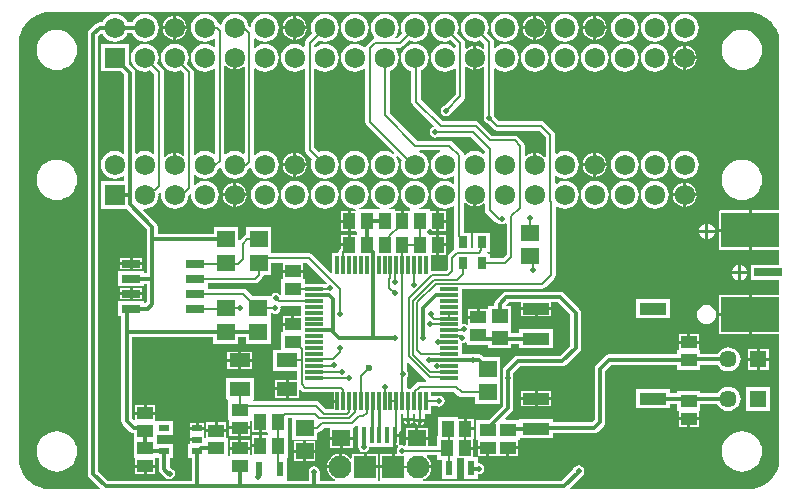
<source format=gtl>
G04*
G04 #@! TF.GenerationSoftware,Altium Limited,Altium Designer,19.1.7 (138)*
G04*
G04 Layer_Physical_Order=1*
G04 Layer_Color=255*
%FSLAX44Y44*%
%MOMM*%
G71*
G01*
G75*
%ADD10C,0.2500*%
%ADD14C,0.2000*%
%ADD16R,1.5000X0.3000*%
%ADD17R,0.3000X1.5000*%
%ADD18R,0.9000X0.6000*%
%ADD19R,1.5250X0.6500*%
%ADD20R,1.4000X1.1500*%
%ADD21R,2.2900X1.0000*%
%ADD22R,1.1000X1.4000*%
%ADD23R,0.6000X1.2500*%
%ADD24R,4.9000X3.0000*%
%ADD25R,2.3500X0.7000*%
%ADD26R,1.8000X1.2000*%
%ADD27R,1.5000X1.4000*%
%ADD28R,1.9000X1.9000*%
%ADD29R,1.6000X1.4000*%
%ADD30R,0.4000X1.3500*%
%ADD31R,0.8000X1.0000*%
%ADD32R,1.4000X1.1000*%
%ADD33C,0.5000*%
%ADD51C,0.6000*%
%ADD60C,0.3000*%
%ADD61C,0.1847*%
%ADD62C,0.2300*%
%ADD63C,0.2032*%
%ADD64C,0.1524*%
%ADD65C,1.7250*%
%ADD66R,1.7250X1.7250*%
%ADD67R,1.4460X1.4460*%
%ADD68C,1.4460*%
%ADD69C,1.9500*%
G36*
X187020Y358231D02*
X188399Y358412D01*
X190868Y359435D01*
X192730Y360863D01*
X194000Y360467D01*
Y287408D01*
X192861Y286847D01*
X191613Y287804D01*
X188785Y288976D01*
X185750Y289375D01*
X182715Y288976D01*
X179887Y287804D01*
X178270Y286563D01*
X177000Y287190D01*
Y361056D01*
X178203Y361464D01*
X178512Y361062D01*
X180632Y359435D01*
X183101Y358412D01*
X184480Y358231D01*
Y368300D01*
X187020D01*
Y358231D01*
D02*
G37*
G36*
X624626Y406636D02*
X627136Y406137D01*
X629585Y405394D01*
X631950Y404414D01*
X634207Y403208D01*
X636334Y401786D01*
X638313Y400163D01*
X639218Y399258D01*
X639218Y399258D01*
X640162Y398313D01*
X641786Y396335D01*
X643207Y394207D01*
X644414Y391950D01*
X645393Y389586D01*
X646136Y387137D01*
X646635Y384627D01*
X646886Y382080D01*
Y380800D01*
Y239024D01*
X623520D01*
Y222500D01*
X621999D01*
Y222249D01*
X623269D01*
Y205725D01*
X646886D01*
Y193000D01*
X622750D01*
Y180000D01*
X646886D01*
Y167524D01*
X623520D01*
Y151000D01*
X621999D01*
Y150749D01*
X623269D01*
Y134225D01*
X646886D01*
Y29200D01*
Y27920D01*
X646635Y25373D01*
X646136Y22863D01*
X645393Y20414D01*
X644414Y18050D01*
X643207Y15793D01*
X641786Y13665D01*
X640162Y11687D01*
X639257Y10782D01*
X639257Y10782D01*
X638313Y9837D01*
X636335Y8214D01*
X634207Y6792D01*
X631950Y5586D01*
X629585Y4606D01*
X627136Y3864D01*
X624626Y3364D01*
X622080Y3113D01*
X470261D01*
X469775Y4287D01*
X479994Y14506D01*
X480989Y15994D01*
X481338Y17750D01*
X481234Y18275D01*
X481338Y18800D01*
X480989Y20556D01*
X479994Y22044D01*
X478506Y23039D01*
X476750Y23388D01*
X474994Y23039D01*
X473506Y22044D01*
X472511Y20556D01*
X472373Y19862D01*
X462599Y10088D01*
X345504D01*
X345252Y11358D01*
X346686Y11952D01*
X349041Y13759D01*
X350848Y16114D01*
X351984Y18857D01*
X352204Y20530D01*
X341000D01*
Y23070D01*
X352204D01*
X351984Y24743D01*
X350848Y27486D01*
X349041Y29841D01*
X348310Y30402D01*
X348741Y31672D01*
X357250D01*
Y27750D01*
X361500D01*
Y12000D01*
X373500D01*
Y27750D01*
X374250D01*
Y29226D01*
X379500D01*
Y12000D01*
X391500D01*
Y15912D01*
X392250D01*
X394006Y16261D01*
X395494Y17256D01*
X396489Y18744D01*
X396838Y20500D01*
X396489Y22256D01*
X395494Y23744D01*
X394006Y24739D01*
X392250Y25088D01*
X391500D01*
Y29956D01*
X391500Y30500D01*
X392469Y31226D01*
X398706D01*
Y36980D01*
X391452D01*
Y31770D01*
X391452Y31226D01*
X390483Y30500D01*
X387774D01*
Y36480D01*
X380750D01*
Y39020D01*
X387774D01*
Y45476D01*
X388024D01*
Y52730D01*
X381000D01*
Y54000D01*
X379730D01*
Y62524D01*
X374500D01*
Y64000D01*
X357500D01*
Y47750D01*
X357250D01*
Y39828D01*
X349524D01*
Y45030D01*
X330476D01*
Y40100D01*
X329206Y39855D01*
X329006Y39989D01*
X327250Y40338D01*
X325691Y40028D01*
X324930Y40500D01*
X324524Y40868D01*
Y47280D01*
X322270D01*
Y40276D01*
X323638D01*
X324023Y39006D01*
X324006Y38994D01*
X323011Y37506D01*
X322662Y35750D01*
X322991Y34094D01*
X322965Y33795D01*
X322446Y32824D01*
X321270D01*
Y21800D01*
X320000D01*
Y20530D01*
X308976D01*
Y11358D01*
X308976Y10776D01*
X308000Y10094D01*
X307024Y10776D01*
X307024Y11358D01*
Y20530D01*
X296000D01*
Y21800D01*
X294730D01*
Y32824D01*
X284976D01*
Y29405D01*
X283706Y28974D01*
X283041Y29841D01*
X280686Y31648D01*
X277943Y32784D01*
X276270Y33004D01*
Y21800D01*
X275000D01*
Y20530D01*
X263796D01*
X264016Y18857D01*
X265152Y16114D01*
X266959Y13759D01*
X269314Y11952D01*
X270749Y11358D01*
X270496Y10088D01*
X257588D01*
Y17750D01*
X257239Y19506D01*
X256244Y20994D01*
X254756Y21989D01*
X253000Y22338D01*
X251244Y21989D01*
X249756Y20994D01*
X248761Y19506D01*
X248412Y17750D01*
Y10088D01*
X230996D01*
X230000Y10750D01*
X230000Y11358D01*
Y29250D01*
X230959Y30000D01*
X231000D01*
Y48730D01*
X231000Y50000D01*
X231000D01*
Y50000D01*
X231000D01*
Y62922D01*
X234500D01*
Y45000D01*
X255500D01*
Y49678D01*
X255750Y50922D01*
X257311Y51232D01*
X258634Y52116D01*
X261529Y55012D01*
X265284D01*
X266476Y54824D01*
X266476Y53742D01*
Y47570D01*
X285524D01*
Y53779D01*
X285524Y54824D01*
X286611Y55265D01*
X286901Y55322D01*
X288224Y56206D01*
X288827Y56809D01*
X290000Y56323D01*
Y38800D01*
X290202D01*
X290511Y37244D01*
X291506Y35756D01*
X292994Y34761D01*
X294750Y34412D01*
X296506Y34761D01*
X297994Y35756D01*
X298119Y35881D01*
X299114Y37369D01*
X299398Y38800D01*
X319500D01*
Y40276D01*
X319730D01*
Y48550D01*
X321000D01*
Y49820D01*
X324524D01*
Y51293D01*
X324634Y51366D01*
X325384Y52116D01*
X325384Y52116D01*
X326268Y53439D01*
X326578Y55000D01*
Y67000D01*
X328422D01*
Y63020D01*
X336578D01*
Y67000D01*
X338422D01*
Y62270D01*
X346578D01*
Y67000D01*
X352000D01*
Y73500D01*
X356637D01*
X356994Y73261D01*
X358750Y72912D01*
X360506Y73261D01*
X361994Y74256D01*
X362989Y75744D01*
X363338Y77500D01*
X362989Y79256D01*
X361994Y80744D01*
X360506Y81739D01*
X358750Y82088D01*
X356994Y81739D01*
X356637Y81500D01*
X352000D01*
Y85655D01*
X371554D01*
X375105Y82105D01*
X376433Y81217D01*
X378000Y80905D01*
X389500D01*
Y75000D01*
X410500D01*
Y93730D01*
X410500Y95000D01*
X410500D01*
Y95000D01*
X410500D01*
Y115000D01*
X396231D01*
X395487Y115744D01*
X393998Y116739D01*
X392243Y117088D01*
X378000D01*
Y126209D01*
X378503Y126622D01*
X380259Y126971D01*
X380730Y127286D01*
X382000Y126607D01*
Y125000D01*
X400000D01*
Y122500D01*
X420000D01*
Y125812D01*
X426412D01*
Y122400D01*
X455312D01*
Y138400D01*
X426412D01*
Y134988D01*
X420000D01*
Y140000D01*
X420000D01*
Y140500D01*
X420000D01*
Y158000D01*
X416285D01*
X415759Y159270D01*
X417650Y161162D01*
X427888D01*
Y157070D01*
X453836D01*
Y161162D01*
X459100D01*
X469662Y150599D01*
Y124650D01*
X461100Y116088D01*
X425500D01*
X423744Y115739D01*
X422256Y114744D01*
X413756Y106244D01*
X412761Y104756D01*
X412412Y103000D01*
Y96750D01*
Y73401D01*
X400761Y61750D01*
X389976D01*
Y44750D01*
X391452D01*
Y39520D01*
X399976D01*
Y38250D01*
X401246D01*
Y31226D01*
X415754D01*
Y38250D01*
X417024D01*
Y39520D01*
X425548D01*
Y44750D01*
X427024D01*
Y46200D01*
X455312D01*
Y50412D01*
X490000D01*
X491756Y50761D01*
X493244Y51756D01*
X498244Y56756D01*
X499239Y58244D01*
X499588Y60000D01*
Y103099D01*
X504400Y107912D01*
X560000D01*
Y104000D01*
X580000D01*
Y108412D01*
X594428D01*
X594664Y107841D01*
X596304Y105704D01*
X598441Y104064D01*
X600929Y103033D01*
X603600Y102682D01*
X606271Y103033D01*
X608759Y104064D01*
X610896Y105704D01*
X612536Y107841D01*
X613567Y110329D01*
X613918Y113000D01*
X613567Y115671D01*
X612536Y118159D01*
X610896Y120296D01*
X608759Y121936D01*
X606271Y122967D01*
X603600Y123318D01*
X600929Y122967D01*
X598441Y121936D01*
X596304Y120296D01*
X594664Y118159D01*
X594428Y117588D01*
X580000D01*
Y121000D01*
X578524D01*
Y126230D01*
X570000D01*
X561476D01*
Y121000D01*
X560000D01*
Y117088D01*
X502500D01*
X500744Y116739D01*
X499256Y115744D01*
X491756Y108244D01*
X490761Y106756D01*
X490412Y105000D01*
Y61901D01*
X488100Y59588D01*
X455312D01*
Y62200D01*
X426412D01*
Y61750D01*
X415398D01*
X414912Y62923D01*
X420244Y68256D01*
X421239Y69744D01*
X421588Y71500D01*
Y96750D01*
Y101100D01*
X427401Y106912D01*
X463000D01*
X464756Y107261D01*
X466244Y108256D01*
X477494Y119506D01*
X478489Y120994D01*
X478838Y122750D01*
Y152500D01*
X478489Y154256D01*
X477494Y155744D01*
X464244Y168994D01*
X462756Y169989D01*
X461000Y170338D01*
X415750D01*
X413994Y169989D01*
X412506Y168994D01*
X406756Y163244D01*
X405761Y161756D01*
X405412Y160000D01*
Y158000D01*
X400000D01*
Y155524D01*
X393270D01*
Y148500D01*
X392000D01*
Y147230D01*
X383476D01*
Y142406D01*
X382206Y142087D01*
X381561Y142518D01*
X380000Y142828D01*
X379270Y142683D01*
X379024Y142745D01*
X378000Y143636D01*
Y153000D01*
Y163000D01*
Y172922D01*
X446000D01*
X446000Y172922D01*
X447561Y173232D01*
X448884Y174116D01*
X456158Y181390D01*
X456158Y181390D01*
X457042Y182713D01*
X457352Y184274D01*
X457352Y184274D01*
Y242145D01*
X458491Y242706D01*
X459287Y242096D01*
X462115Y240924D01*
X465150Y240525D01*
X468185Y240924D01*
X471013Y242096D01*
X473441Y243959D01*
X475304Y246387D01*
X476476Y249215D01*
X476875Y252250D01*
X476476Y255285D01*
X475304Y258113D01*
X473441Y260541D01*
X471013Y262404D01*
X468185Y263576D01*
X465150Y263975D01*
X462115Y263576D01*
X459287Y262404D01*
X458202Y261572D01*
X457063Y262134D01*
Y267766D01*
X458202Y268328D01*
X459287Y267496D01*
X462115Y266324D01*
X465150Y265925D01*
X468185Y266324D01*
X471013Y267496D01*
X473441Y269359D01*
X475304Y271787D01*
X476476Y274615D01*
X476875Y277650D01*
X476476Y280685D01*
X475304Y283513D01*
X473441Y285941D01*
X471013Y287804D01*
X468185Y288976D01*
X465150Y289375D01*
X462115Y288976D01*
X459287Y287804D01*
X458202Y286972D01*
X457063Y287534D01*
Y302765D01*
X456753Y304326D01*
X455869Y305649D01*
X455869Y305649D01*
X447884Y313634D01*
X446561Y314518D01*
X445000Y314828D01*
X445000Y314828D01*
X409689D01*
X405410Y319107D01*
X405354Y319391D01*
X405193Y319631D01*
Y359162D01*
X406463Y359699D01*
X408487Y358146D01*
X411315Y356974D01*
X414350Y356575D01*
X417385Y356974D01*
X420213Y358146D01*
X422641Y360009D01*
X424504Y362437D01*
X425676Y365265D01*
X426075Y368300D01*
X425676Y371335D01*
X424504Y374163D01*
X422641Y376591D01*
X420213Y378454D01*
X417385Y379626D01*
X414350Y380025D01*
X411315Y379626D01*
X408487Y378454D01*
X406463Y376901D01*
X405193Y377438D01*
Y381535D01*
X404883Y383096D01*
X403999Y384419D01*
X403999Y384419D01*
X399537Y388881D01*
X400276Y390665D01*
X400675Y393700D01*
X400276Y396735D01*
X399104Y399563D01*
X397241Y401991D01*
X394813Y403854D01*
X391985Y405026D01*
X388950Y405425D01*
X385915Y405026D01*
X383087Y403854D01*
X380659Y401991D01*
X378796Y399563D01*
X377624Y396735D01*
X377225Y393700D01*
X377624Y390665D01*
X378796Y387837D01*
X380659Y385409D01*
X383087Y383546D01*
X385915Y382374D01*
X388950Y381975D01*
X391985Y382374D01*
X393769Y383113D01*
X397037Y379846D01*
Y376416D01*
X395767Y375862D01*
X394068Y377165D01*
X391599Y378188D01*
X390220Y378369D01*
Y368300D01*
Y358231D01*
X391599Y358412D01*
X394068Y359435D01*
X395767Y360738D01*
X397037Y360184D01*
Y319631D01*
X396876Y319391D01*
X396527Y317635D01*
X396876Y315879D01*
X397871Y314391D01*
X399359Y313396D01*
X399643Y313340D01*
X405116Y307866D01*
X406439Y306982D01*
X408000Y306672D01*
X408000Y306672D01*
X443311D01*
X448907Y301076D01*
Y284475D01*
X447637Y284044D01*
X446988Y284888D01*
X444868Y286515D01*
X442399Y287538D01*
X441020Y287719D01*
Y277650D01*
X438480D01*
Y287719D01*
X437101Y287538D01*
X434632Y286515D01*
X432598Y284955D01*
X431990Y285065D01*
X431328Y285290D01*
Y294000D01*
X431018Y295561D01*
X430134Y296884D01*
X430134Y296884D01*
X425819Y301199D01*
X424496Y302083D01*
X422935Y302393D01*
X422935Y302393D01*
X403874D01*
X392884Y313384D01*
X391561Y314268D01*
X390000Y314578D01*
X390000Y314578D01*
X361689D01*
X343328Y332939D01*
Y357862D01*
X344013Y358146D01*
X346441Y360009D01*
X348304Y362437D01*
X349476Y365265D01*
X349875Y368300D01*
X349476Y371335D01*
X348304Y374163D01*
X346441Y376591D01*
X344013Y378454D01*
X341185Y379626D01*
X338150Y380025D01*
X335115Y379626D01*
X332287Y378454D01*
X329859Y376591D01*
X327996Y374163D01*
X326824Y371335D01*
X326425Y368300D01*
X326824Y365265D01*
X327996Y362437D01*
X329859Y360009D01*
X332287Y358146D01*
X335115Y356974D01*
X335172Y356967D01*
Y331250D01*
X335172Y331250D01*
X335482Y329689D01*
X336366Y328366D01*
X354010Y310723D01*
X353566Y309370D01*
X352256Y308494D01*
X351261Y307006D01*
X350912Y305250D01*
X351261Y303494D01*
X352256Y302006D01*
X353744Y301011D01*
X355500Y300662D01*
X357256Y301011D01*
X357496Y301172D01*
X385561D01*
X397422Y289311D01*
Y287403D01*
X396152Y286777D01*
X394813Y287804D01*
X391985Y288976D01*
X388950Y289375D01*
X385915Y288976D01*
X383087Y287804D01*
X381001Y286204D01*
X379905Y286464D01*
X379615Y286666D01*
X379483Y287328D01*
X378599Y288651D01*
X370366Y296884D01*
X369043Y297768D01*
X367482Y298078D01*
X367482Y298078D01*
X340189D01*
X316828Y321439D01*
Y357407D01*
X318613Y358146D01*
X321041Y360009D01*
X322904Y362437D01*
X324076Y365265D01*
X324475Y368300D01*
X324076Y371335D01*
X322904Y374163D01*
X321954Y375402D01*
X322580Y376672D01*
X325200D01*
X325200Y376672D01*
X326761Y376982D01*
X328084Y377866D01*
X333331Y383113D01*
X335115Y382374D01*
X338150Y381975D01*
X341185Y382374D01*
X344013Y383546D01*
X346441Y385409D01*
X348304Y387837D01*
X349476Y390665D01*
X349875Y393700D01*
X349476Y396735D01*
X348304Y399563D01*
X346441Y401991D01*
X344013Y403854D01*
X341185Y405026D01*
X338150Y405425D01*
X335115Y405026D01*
X332287Y403854D01*
X329859Y401991D01*
X327996Y399563D01*
X326824Y396735D01*
X326425Y393700D01*
X326824Y390665D01*
X327563Y388881D01*
X323511Y384828D01*
X322196D01*
X321570Y386098D01*
X322904Y387837D01*
X324076Y390665D01*
X324475Y393700D01*
X324076Y396735D01*
X322904Y399563D01*
X321041Y401991D01*
X318613Y403854D01*
X315785Y405026D01*
X312750Y405425D01*
X309715Y405026D01*
X306887Y403854D01*
X304459Y401991D01*
X302596Y399563D01*
X301424Y396735D01*
X301025Y393700D01*
X301424Y390665D01*
X302596Y387837D01*
X303989Y386022D01*
X303472Y384624D01*
X302939Y384518D01*
X301616Y383634D01*
X301616Y383634D01*
X297366Y379384D01*
X296482Y378061D01*
X296393Y377615D01*
X294994Y377088D01*
X293213Y378454D01*
X290385Y379626D01*
X287350Y380025D01*
X284315Y379626D01*
X281487Y378454D01*
X279059Y376591D01*
X277196Y374163D01*
X276024Y371335D01*
X275625Y368300D01*
X276024Y365265D01*
X277196Y362437D01*
X279059Y360009D01*
X281487Y358146D01*
X284315Y356974D01*
X287350Y356575D01*
X290385Y356974D01*
X293213Y358146D01*
X294902Y359442D01*
X296172Y358815D01*
Y314000D01*
X296172Y314000D01*
X296482Y312439D01*
X297366Y311116D01*
X320609Y287873D01*
X319770Y286917D01*
X318613Y287804D01*
X315785Y288976D01*
X312750Y289375D01*
X309715Y288976D01*
X306887Y287804D01*
X304459Y285941D01*
X302596Y283513D01*
X301424Y280685D01*
X301025Y277650D01*
X301424Y274615D01*
X302596Y271787D01*
X304459Y269359D01*
X306887Y267496D01*
X309715Y266324D01*
X312750Y265925D01*
X315785Y266324D01*
X318613Y267496D01*
X321041Y269359D01*
X322904Y271787D01*
X324076Y274615D01*
X324475Y277650D01*
X324076Y280685D01*
X322904Y283513D01*
X322016Y284670D01*
X322973Y285509D01*
X327109Y281373D01*
X326824Y280685D01*
X326425Y277650D01*
X326824Y274615D01*
X327996Y271787D01*
X329859Y269359D01*
X332287Y267496D01*
X335115Y266324D01*
X338150Y265925D01*
X341185Y266324D01*
X344013Y267496D01*
X346441Y269359D01*
X348304Y271787D01*
X349476Y274615D01*
X349875Y277650D01*
X349476Y280685D01*
X348304Y283513D01*
X346441Y285941D01*
X344013Y287804D01*
X341967Y288652D01*
X342220Y289922D01*
X359480D01*
X359733Y288652D01*
X357687Y287804D01*
X355259Y285941D01*
X353396Y283513D01*
X352224Y280685D01*
X351825Y277650D01*
X352224Y274615D01*
X353396Y271787D01*
X355259Y269359D01*
X357687Y267496D01*
X360515Y266324D01*
X363550Y265925D01*
X366585Y266324D01*
X369413Y267496D01*
X370498Y268328D01*
X371637Y267766D01*
Y262134D01*
X370498Y261572D01*
X369413Y262404D01*
X366585Y263576D01*
X363550Y263975D01*
X360515Y263576D01*
X357687Y262404D01*
X355259Y260541D01*
X353396Y258113D01*
X352224Y255285D01*
X351825Y252250D01*
X352224Y249215D01*
X353396Y246387D01*
X355259Y243959D01*
X357687Y242096D01*
X360515Y240924D01*
X363550Y240525D01*
X366585Y240924D01*
X369413Y242096D01*
X370498Y242928D01*
X371637Y242366D01*
Y217285D01*
X371637Y217285D01*
X371750Y216715D01*
Y206390D01*
X371366Y206134D01*
X371366Y206134D01*
X367116Y201884D01*
X366232Y200561D01*
X365922Y199000D01*
X365922Y199000D01*
Y189439D01*
X364601Y188118D01*
X352668D01*
X352000Y188666D01*
Y201476D01*
X356230D01*
Y210000D01*
Y218524D01*
X351898D01*
X351000Y219422D01*
Y220000D01*
X351000D01*
Y220000D01*
X351000D01*
Y221476D01*
X356230D01*
Y230000D01*
Y238524D01*
X351000D01*
Y240000D01*
X342272D01*
X342019Y241270D01*
X344013Y242096D01*
X346441Y243959D01*
X348304Y246387D01*
X349476Y249215D01*
X349875Y252250D01*
X349476Y255285D01*
X348304Y258113D01*
X346441Y260541D01*
X344013Y262404D01*
X341185Y263576D01*
X338150Y263975D01*
X335115Y263576D01*
X332287Y262404D01*
X329859Y260541D01*
X327996Y258113D01*
X326824Y255285D01*
X326425Y252250D01*
X326824Y249215D01*
X327996Y246387D01*
X329859Y243959D01*
X332287Y242096D01*
X334281Y241270D01*
X334028Y240000D01*
X334000D01*
Y238524D01*
X328770D01*
Y230000D01*
X326230D01*
Y238524D01*
X321000D01*
Y240000D01*
X316872D01*
X316619Y241270D01*
X318613Y242096D01*
X321041Y243959D01*
X322904Y246387D01*
X324076Y249215D01*
X324475Y252250D01*
X324076Y255285D01*
X322904Y258113D01*
X321041Y260541D01*
X318613Y262404D01*
X315785Y263576D01*
X312750Y263975D01*
X309715Y263576D01*
X306887Y262404D01*
X304459Y260541D01*
X302596Y258113D01*
X301424Y255285D01*
X301025Y252250D01*
X301424Y249215D01*
X302596Y246387D01*
X304459Y243959D01*
X306887Y242096D01*
X308881Y241270D01*
X308628Y240000D01*
X306000D01*
Y240000D01*
X291472D01*
X291220Y241270D01*
X293213Y242096D01*
X295641Y243959D01*
X297504Y246387D01*
X298676Y249215D01*
X299075Y252250D01*
X298676Y255285D01*
X297504Y258113D01*
X295641Y260541D01*
X293213Y262404D01*
X290385Y263576D01*
X287350Y263975D01*
X284315Y263576D01*
X281487Y262404D01*
X279059Y260541D01*
X277196Y258113D01*
X276024Y255285D01*
X275625Y252250D01*
X276024Y249215D01*
X277196Y246387D01*
X279059Y243959D01*
X281487Y242096D01*
X284315Y240924D01*
X287350Y240525D01*
X287842Y240589D01*
X288647Y239637D01*
X288243Y238524D01*
X283770D01*
Y230000D01*
Y221476D01*
X288102D01*
X289000Y220578D01*
Y220000D01*
X289000D01*
Y220000D01*
X289000D01*
Y218524D01*
X283770D01*
Y210000D01*
X282500D01*
Y208730D01*
X275476D01*
Y207244D01*
X274616Y206384D01*
X273732Y205061D01*
X273422Y203500D01*
X272344Y203000D01*
X268000D01*
Y186927D01*
X266827Y186441D01*
X251634Y201634D01*
X250311Y202518D01*
X248750Y202828D01*
X248750Y202828D01*
X217398D01*
X216500Y203726D01*
X216500Y204750D01*
X216500D01*
Y204750D01*
X216500D01*
Y224750D01*
X195500D01*
Y218629D01*
X194939Y218518D01*
X193616Y217634D01*
X193616Y217634D01*
X190020Y214038D01*
X189392Y214145D01*
X188750Y214499D01*
Y224750D01*
X167750D01*
Y219338D01*
X120338D01*
Y225250D01*
X119989Y227006D01*
X118994Y228494D01*
X107969Y239520D01*
X108531Y240659D01*
X109550Y240525D01*
X112585Y240924D01*
X115413Y242096D01*
X117841Y243959D01*
X119704Y246387D01*
X120876Y249215D01*
X121275Y252250D01*
X121129Y253361D01*
X122236Y254468D01*
X123439Y253875D01*
X123225Y252250D01*
X123624Y249215D01*
X124796Y246387D01*
X126659Y243959D01*
X129087Y242096D01*
X131915Y240924D01*
X134950Y240525D01*
X137985Y240924D01*
X140813Y242096D01*
X143241Y243959D01*
X145104Y246387D01*
X146276Y249215D01*
X146675Y252250D01*
X146673Y252266D01*
X147526Y253119D01*
X148665Y252557D01*
X148625Y252250D01*
X149024Y249215D01*
X150196Y246387D01*
X152059Y243959D01*
X154487Y242096D01*
X157315Y240924D01*
X160350Y240525D01*
X163385Y240924D01*
X166213Y242096D01*
X168641Y243959D01*
X170504Y246387D01*
X171676Y249215D01*
X172075Y252250D01*
X171676Y255285D01*
X170504Y258113D01*
X168641Y260541D01*
X166213Y262404D01*
X163385Y263576D01*
X160350Y263975D01*
X157315Y263576D01*
X154487Y262404D01*
X152309Y260732D01*
X151039Y261120D01*
Y268780D01*
X152309Y269167D01*
X154487Y267496D01*
X157315Y266324D01*
X160350Y265925D01*
X163385Y266324D01*
X166213Y267496D01*
X168641Y269359D01*
X170504Y271787D01*
X171582Y274390D01*
X172229Y274821D01*
X173130Y275723D01*
X174332Y275314D01*
X174424Y274615D01*
X175596Y271787D01*
X177459Y269359D01*
X179887Y267496D01*
X182715Y266324D01*
X185750Y265925D01*
X188785Y266324D01*
X191613Y267496D01*
X194041Y269359D01*
X195904Y271787D01*
X196768Y273872D01*
X197181Y273954D01*
X198479Y274821D01*
X198651Y274994D01*
X199896Y274443D01*
X200996Y271787D01*
X202859Y269359D01*
X205287Y267496D01*
X208115Y266324D01*
X211150Y265925D01*
X214185Y266324D01*
X217013Y267496D01*
X219441Y269359D01*
X221304Y271787D01*
X222476Y274615D01*
X222875Y277650D01*
X222476Y280685D01*
X221304Y283513D01*
X219441Y285941D01*
X217013Y287804D01*
X214185Y288976D01*
X211150Y289375D01*
X208115Y288976D01*
X205287Y287804D01*
X203270Y286257D01*
X202000Y286800D01*
Y359150D01*
X203270Y359693D01*
X205287Y358146D01*
X208115Y356974D01*
X211150Y356575D01*
X214185Y356974D01*
X217013Y358146D01*
X219441Y360009D01*
X221304Y362437D01*
X222476Y365265D01*
X222875Y368300D01*
X222476Y371335D01*
X221304Y374163D01*
X219441Y376591D01*
X217013Y378454D01*
X214185Y379626D01*
X211150Y380025D01*
X208115Y379626D01*
X205287Y378454D01*
X203270Y376907D01*
X202000Y377450D01*
Y384550D01*
X203270Y385093D01*
X205287Y383546D01*
X208115Y382374D01*
X211150Y381975D01*
X214185Y382374D01*
X217013Y383546D01*
X219441Y385409D01*
X221304Y387837D01*
X222476Y390665D01*
X222875Y393700D01*
X222476Y396735D01*
X221304Y399563D01*
X219441Y401991D01*
X217013Y403854D01*
X214185Y405026D01*
X211150Y405425D01*
X208115Y405026D01*
X205287Y403854D01*
X202859Y401991D01*
X200996Y399563D01*
X199824Y396735D01*
X199608Y395095D01*
X198267Y394640D01*
X197213Y395694D01*
X197076Y396735D01*
X195904Y399563D01*
X194041Y401991D01*
X191613Y403854D01*
X188785Y405026D01*
X185750Y405425D01*
X182715Y405026D01*
X179887Y403854D01*
X177459Y401991D01*
X175596Y399563D01*
X174510Y396943D01*
X173251Y396406D01*
X173129Y396529D01*
X171831Y397396D01*
X171364Y397489D01*
X170504Y399563D01*
X168641Y401991D01*
X166213Y403854D01*
X163385Y405026D01*
X160350Y405425D01*
X157315Y405026D01*
X154487Y403854D01*
X152059Y401991D01*
X150196Y399563D01*
X149024Y396735D01*
X148625Y393700D01*
X149024Y390665D01*
X150196Y387837D01*
X152059Y385409D01*
X154487Y383546D01*
X157315Y382374D01*
X160350Y381975D01*
X163385Y382374D01*
X166213Y383546D01*
X167730Y384710D01*
X169000Y384084D01*
Y377916D01*
X167730Y377290D01*
X166213Y378454D01*
X163385Y379626D01*
X160350Y380025D01*
X157315Y379626D01*
X154487Y378454D01*
X152059Y376591D01*
X150196Y374163D01*
X149024Y371335D01*
X148625Y368300D01*
X149024Y365265D01*
X150196Y362437D01*
X152059Y360009D01*
X154487Y358146D01*
X157315Y356974D01*
X160350Y356575D01*
X163385Y356974D01*
X166213Y358146D01*
X167730Y359310D01*
X169000Y358684D01*
Y287267D01*
X167730Y286640D01*
X166213Y287804D01*
X163385Y288976D01*
X160350Y289375D01*
X157315Y288976D01*
X154487Y287804D01*
X152309Y286133D01*
X151039Y286520D01*
Y356212D01*
X150734Y357743D01*
X149867Y359040D01*
X145504Y363403D01*
X146276Y365265D01*
X146675Y368300D01*
X146276Y371335D01*
X145104Y374163D01*
X143241Y376591D01*
X140813Y378454D01*
X137985Y379626D01*
X134950Y380025D01*
X131915Y379626D01*
X129087Y378454D01*
X126659Y376591D01*
X124796Y374163D01*
X123624Y371335D01*
X123225Y368300D01*
X123624Y365265D01*
X124796Y362437D01*
X126659Y360009D01*
X129087Y358146D01*
X131915Y356974D01*
X134950Y356575D01*
X137985Y356974D01*
X139847Y357746D01*
X143038Y354555D01*
Y285763D01*
X141768Y285211D01*
X140068Y286515D01*
X137599Y287538D01*
X136220Y287719D01*
Y277650D01*
X133680D01*
Y287719D01*
X132301Y287538D01*
X129832Y286515D01*
X127712Y284888D01*
X127063Y284044D01*
X125793Y284475D01*
Y356135D01*
X125483Y357696D01*
X124599Y359019D01*
X124599Y359019D01*
X120137Y363481D01*
X120876Y365265D01*
X121275Y368300D01*
X120876Y371335D01*
X119704Y374163D01*
X117841Y376591D01*
X115413Y378454D01*
X112585Y379626D01*
X109550Y380025D01*
X106515Y379626D01*
X103687Y378454D01*
X101259Y376591D01*
X99396Y374163D01*
X98224Y371335D01*
X97825Y368300D01*
X98224Y365265D01*
X99396Y362437D01*
X101259Y360009D01*
X103687Y358146D01*
X106515Y356974D01*
X109550Y356575D01*
X112585Y356974D01*
X114369Y357713D01*
X117637Y354446D01*
Y287534D01*
X116498Y286972D01*
X115413Y287804D01*
X112585Y288976D01*
X109550Y289375D01*
X106515Y288976D01*
X103687Y287804D01*
X102612Y286979D01*
X101473Y287541D01*
Y355565D01*
X101124Y357321D01*
X100129Y358809D01*
X95775Y363164D01*
Y379925D01*
X72525D01*
Y356675D01*
X89286D01*
X92297Y353665D01*
Y287487D01*
X91158Y286926D01*
X90013Y287804D01*
X87185Y288976D01*
X84150Y289375D01*
X81115Y288976D01*
X78287Y287804D01*
X75859Y285941D01*
X73996Y283513D01*
X72824Y280685D01*
X72425Y277650D01*
X72824Y274615D01*
X73996Y271787D01*
X75859Y269359D01*
X78287Y267496D01*
X81115Y266324D01*
X84150Y265925D01*
X87185Y266324D01*
X90013Y267496D01*
X91158Y268374D01*
X92297Y267813D01*
Y263875D01*
X72525D01*
Y240625D01*
X93886D01*
X111162Y223349D01*
Y214750D01*
Y185938D01*
X108505D01*
Y187600D01*
X87255D01*
Y175100D01*
X108505D01*
Y176762D01*
X111162D01*
Y161651D01*
X110049Y160538D01*
X108505D01*
Y162200D01*
X87255D01*
Y149700D01*
X89662D01*
Y136500D01*
Y60750D01*
X90011Y58994D01*
X91006Y57506D01*
X97013Y51498D01*
X98502Y50504D01*
X100000Y50206D01*
Y46000D01*
X100000D01*
Y29000D01*
X101476D01*
Y23770D01*
X110000D01*
Y22500D01*
D01*
Y23770D01*
X118524D01*
Y29000D01*
X120000D01*
Y29500D01*
X121412D01*
Y19750D01*
X121761Y17994D01*
X122756Y16506D01*
X126256Y13006D01*
X127744Y12011D01*
X129500Y11662D01*
X130500D01*
X132256Y12011D01*
X133744Y13006D01*
X134739Y14494D01*
X135088Y16250D01*
X134739Y18006D01*
X133744Y19494D01*
X132256Y20489D01*
X131624Y20615D01*
X130588Y21651D01*
Y29500D01*
X133500D01*
Y41500D01*
X120000D01*
Y44000D01*
X120000D01*
Y48500D01*
X133500D01*
Y60500D01*
X120000D01*
Y61000D01*
X118524D01*
Y66230D01*
X101476D01*
Y61682D01*
X100206Y61283D01*
X98838Y62650D01*
Y131662D01*
X167500D01*
Y126000D01*
X188500D01*
Y131662D01*
X195000D01*
Y126250D01*
X216000D01*
Y144980D01*
X216000Y146250D01*
X216000D01*
Y146250D01*
X216000D01*
Y151922D01*
X218004D01*
X218244Y151761D01*
X220000Y151412D01*
X221756Y151761D01*
X223244Y152756D01*
X224239Y154244D01*
X224588Y156000D01*
X224359Y157152D01*
X225205Y158422D01*
X242000D01*
Y149524D01*
X236270D01*
Y142500D01*
X235000D01*
Y141230D01*
X226476D01*
Y136000D01*
X225000D01*
Y121000D01*
X218000D01*
Y103000D01*
X238664D01*
Y95524D01*
X231270D01*
Y88000D01*
Y80476D01*
X240524D01*
Y86642D01*
X241697Y87128D01*
X242538Y86288D01*
X243782Y85456D01*
X245250Y85164D01*
X245250Y85164D01*
X269476D01*
Y78770D01*
X272500D01*
Y76230D01*
X269476D01*
Y71078D01*
X262939D01*
X257634Y76384D01*
X256311Y77268D01*
X254750Y77578D01*
X254750Y77578D01*
X200774D01*
X200733Y77763D01*
X201758Y79000D01*
X202000D01*
Y97000D01*
X178000D01*
Y79000D01*
X178687D01*
X179750Y78500D01*
Y61500D01*
X181226D01*
Y56270D01*
X189750D01*
X198274D01*
Y60602D01*
X198668Y60996D01*
X200196Y60905D01*
X200476Y60531D01*
Y51476D01*
X206230D01*
Y60000D01*
X208770D01*
Y51476D01*
X213102D01*
X214000Y50578D01*
Y50000D01*
X214000D01*
Y50000D01*
X214000D01*
Y48524D01*
X208770D01*
Y40000D01*
X207500D01*
Y38730D01*
X200476D01*
Y32169D01*
X200308Y32015D01*
X198978Y31562D01*
X198524Y31778D01*
Y36230D01*
X181476D01*
Y31000D01*
X180000D01*
X180000Y32270D01*
Y46000D01*
X178524D01*
Y51230D01*
X161476D01*
Y47242D01*
X160206Y46716D01*
X160024Y46898D01*
X160024Y49524D01*
X160024Y50794D01*
Y53230D01*
X154000D01*
X147976D01*
Y50794D01*
X147976Y49976D01*
X147976Y48706D01*
Y46270D01*
X154000D01*
Y43730D01*
X147976D01*
Y41500D01*
X146500D01*
Y29500D01*
X149412D01*
Y10088D01*
X78401D01*
X70338Y18151D01*
Y386349D01*
X72388Y388400D01*
X73886Y388102D01*
X73996Y387837D01*
X75859Y385409D01*
X78287Y383546D01*
X81115Y382374D01*
X84150Y381975D01*
X87185Y382374D01*
X90013Y383546D01*
X92441Y385409D01*
X94304Y387837D01*
X94832Y389112D01*
X98868D01*
X99396Y387837D01*
X101259Y385409D01*
X103687Y383546D01*
X106515Y382374D01*
X109550Y381975D01*
X112585Y382374D01*
X115413Y383546D01*
X117841Y385409D01*
X119704Y387837D01*
X120876Y390665D01*
X121275Y393700D01*
X120876Y396735D01*
X119704Y399563D01*
X117841Y401991D01*
X115413Y403854D01*
X112585Y405026D01*
X109550Y405425D01*
X106515Y405026D01*
X103687Y403854D01*
X101259Y401991D01*
X99396Y399563D01*
X98868Y398288D01*
X94832D01*
X94304Y399563D01*
X92441Y401991D01*
X90013Y403854D01*
X87185Y405026D01*
X84150Y405425D01*
X81115Y405026D01*
X78287Y403854D01*
X75859Y401991D01*
X73996Y399563D01*
X73468Y398288D01*
X71200D01*
X69444Y397939D01*
X67956Y396944D01*
X62506Y391494D01*
X61511Y390006D01*
X61162Y388250D01*
Y16250D01*
X61511Y14494D01*
X62506Y13006D01*
X71225Y4287D01*
X70739Y3113D01*
X27920D01*
X25374Y3364D01*
X22864Y3864D01*
X20415Y4606D01*
X18050Y5586D01*
X15793Y6792D01*
X13665Y8214D01*
X11687Y9837D01*
X10782Y10742D01*
X10782Y10742D01*
X9837Y11687D01*
X8214Y13665D01*
X6792Y15793D01*
X5586Y18050D01*
X4606Y20415D01*
X3863Y22864D01*
X3364Y25374D01*
X3113Y27921D01*
Y29200D01*
Y380800D01*
Y382079D01*
X3364Y384626D01*
X3863Y387136D01*
X4606Y389585D01*
X5586Y391950D01*
X6792Y394207D01*
X8214Y396335D01*
X9837Y398313D01*
X10742Y399218D01*
X10742Y399218D01*
X11687Y400163D01*
X13665Y401786D01*
X15793Y403208D01*
X18050Y404414D01*
X20415Y405394D01*
X22864Y406137D01*
X25374Y406636D01*
X27921Y406887D01*
X622079D01*
X624626Y406636D01*
D02*
G37*
G36*
X390220Y242181D02*
X391599Y242362D01*
X394068Y243385D01*
X396152Y244984D01*
X396617Y244917D01*
X397422Y244643D01*
Y239500D01*
X397422Y239500D01*
X397732Y237939D01*
X398616Y236616D01*
X406366Y228866D01*
X407689Y227982D01*
X409250Y227672D01*
X409250Y227672D01*
X409754D01*
X409994Y227511D01*
X411750Y227162D01*
X413506Y227511D01*
X414652Y228277D01*
X415922Y227782D01*
Y201439D01*
X413061Y198578D01*
X401750D01*
Y202500D01*
X399744D01*
X399025Y203770D01*
X399312Y204250D01*
X401750D01*
Y220250D01*
X387750D01*
Y207328D01*
X385750D01*
Y220250D01*
X379793D01*
Y245425D01*
X381063Y245856D01*
X381712Y245012D01*
X383832Y243385D01*
X386301Y242362D01*
X387680Y242181D01*
Y252250D01*
X390220D01*
Y242181D01*
D02*
G37*
G36*
X263736Y177996D02*
X263724Y177871D01*
X262936Y177000D01*
X245000D01*
Y181000D01*
X243524D01*
Y186230D01*
X226476D01*
Y181000D01*
X225000D01*
Y168314D01*
X223730Y167788D01*
X223384Y168134D01*
X222061Y169018D01*
X220500Y169328D01*
X218939Y169018D01*
X217616Y168134D01*
X216921Y167093D01*
X216000Y166250D01*
X215806Y166250D01*
X201268D01*
X195984Y171534D01*
X194661Y172418D01*
X193100Y172728D01*
X193100Y172728D01*
X162745D01*
Y174900D01*
X162745D01*
Y175100D01*
X162745D01*
Y177272D01*
X202600D01*
X202600Y177272D01*
X204161Y177582D01*
X205484Y178466D01*
X208884Y181866D01*
X208884Y181866D01*
X209768Y183189D01*
X210078Y184750D01*
X210078Y184750D01*
X216500D01*
Y194672D01*
X225267D01*
X226476Y194524D01*
Y188770D01*
X243524D01*
Y194524D01*
X244733Y194672D01*
X247061D01*
X263736Y177996D01*
D02*
G37*
G36*
X347761Y95116D02*
X347761Y95116D01*
X347763Y95115D01*
X347378Y93845D01*
X342158D01*
X340591Y93533D01*
X339263Y92645D01*
X334617Y88000D01*
X333000D01*
Y88000D01*
X332848D01*
X331578Y89095D01*
Y97880D01*
X331989Y98494D01*
X332338Y100250D01*
X331989Y102006D01*
X331500Y102737D01*
Y109717D01*
X332673Y110203D01*
X347761Y95116D01*
D02*
G37*
%LPC*%
G36*
X491820Y403769D02*
Y394970D01*
X500619D01*
X500438Y396349D01*
X499415Y398818D01*
X497788Y400938D01*
X495668Y402565D01*
X493199Y403588D01*
X491820Y403769D01*
D02*
G37*
G36*
X489280D02*
X487901Y403588D01*
X485432Y402565D01*
X483312Y400938D01*
X481685Y398818D01*
X480662Y396349D01*
X480481Y394970D01*
X489280D01*
Y403769D01*
D02*
G37*
G36*
X441020D02*
Y394970D01*
X449819D01*
X449638Y396349D01*
X448615Y398818D01*
X446988Y400938D01*
X444868Y402565D01*
X442399Y403588D01*
X441020Y403769D01*
D02*
G37*
G36*
X438480D02*
X437101Y403588D01*
X434632Y402565D01*
X432512Y400938D01*
X430885Y398818D01*
X429862Y396349D01*
X429681Y394970D01*
X438480D01*
Y403769D01*
D02*
G37*
G36*
X237820D02*
Y394970D01*
X246619D01*
X246438Y396349D01*
X245415Y398818D01*
X243788Y400938D01*
X241668Y402565D01*
X239199Y403588D01*
X237820Y403769D01*
D02*
G37*
G36*
X235280D02*
X233901Y403588D01*
X231432Y402565D01*
X229312Y400938D01*
X227685Y398818D01*
X226662Y396349D01*
X226481Y394970D01*
X235280D01*
Y403769D01*
D02*
G37*
G36*
X136220D02*
Y394970D01*
X145019D01*
X144838Y396349D01*
X143815Y398818D01*
X142188Y400938D01*
X140068Y402565D01*
X137599Y403588D01*
X136220Y403769D01*
D02*
G37*
G36*
X133680D02*
X132301Y403588D01*
X129832Y402565D01*
X127712Y400938D01*
X126085Y398818D01*
X125062Y396349D01*
X124881Y394970D01*
X133680D01*
Y403769D01*
D02*
G37*
G36*
X500619Y392430D02*
X491820D01*
Y383631D01*
X493199Y383812D01*
X495668Y384835D01*
X497788Y386462D01*
X499415Y388582D01*
X500438Y391051D01*
X500619Y392430D01*
D02*
G37*
G36*
X489280D02*
X480481D01*
X480662Y391051D01*
X481685Y388582D01*
X483312Y386462D01*
X485432Y384835D01*
X487901Y383812D01*
X489280Y383631D01*
Y392430D01*
D02*
G37*
G36*
X449819D02*
X441020D01*
Y383631D01*
X442399Y383812D01*
X444868Y384835D01*
X446988Y386462D01*
X448615Y388582D01*
X449638Y391051D01*
X449819Y392430D01*
D02*
G37*
G36*
X438480D02*
X429681D01*
X429862Y391051D01*
X430885Y388582D01*
X432512Y386462D01*
X434632Y384835D01*
X437101Y383812D01*
X438480Y383631D01*
Y392430D01*
D02*
G37*
G36*
X246619D02*
X237820D01*
Y383631D01*
X239199Y383812D01*
X241668Y384835D01*
X243788Y386462D01*
X245415Y388582D01*
X246438Y391051D01*
X246619Y392430D01*
D02*
G37*
G36*
X235280D02*
X226481D01*
X226662Y391051D01*
X227685Y388582D01*
X229312Y386462D01*
X231432Y384835D01*
X233901Y383812D01*
X235280Y383631D01*
Y392430D01*
D02*
G37*
G36*
X145019D02*
X136220D01*
Y383631D01*
X137599Y383812D01*
X140068Y384835D01*
X142188Y386462D01*
X143815Y388582D01*
X144838Y391051D01*
X145019Y392430D01*
D02*
G37*
G36*
X133680D02*
X124881D01*
X125062Y391051D01*
X126085Y388582D01*
X127712Y386462D01*
X129832Y384835D01*
X132301Y383812D01*
X133680Y383631D01*
Y392430D01*
D02*
G37*
G36*
X566750Y405425D02*
X563715Y405026D01*
X560887Y403854D01*
X558459Y401991D01*
X556596Y399563D01*
X555424Y396735D01*
X555025Y393700D01*
X555424Y390665D01*
X556596Y387837D01*
X558459Y385409D01*
X560887Y383546D01*
X563715Y382374D01*
X566750Y381975D01*
X569785Y382374D01*
X572613Y383546D01*
X575041Y385409D01*
X576904Y387837D01*
X578076Y390665D01*
X578475Y393700D01*
X578076Y396735D01*
X576904Y399563D01*
X575041Y401991D01*
X572613Y403854D01*
X569785Y405026D01*
X566750Y405425D01*
D02*
G37*
G36*
X541350D02*
X538315Y405026D01*
X535487Y403854D01*
X533059Y401991D01*
X531196Y399563D01*
X530024Y396735D01*
X529625Y393700D01*
X530024Y390665D01*
X531196Y387837D01*
X533059Y385409D01*
X535487Y383546D01*
X538315Y382374D01*
X541350Y381975D01*
X544385Y382374D01*
X547213Y383546D01*
X549641Y385409D01*
X551504Y387837D01*
X552676Y390665D01*
X553075Y393700D01*
X552676Y396735D01*
X551504Y399563D01*
X549641Y401991D01*
X547213Y403854D01*
X544385Y405026D01*
X541350Y405425D01*
D02*
G37*
G36*
X515950D02*
X512915Y405026D01*
X510087Y403854D01*
X507659Y401991D01*
X505796Y399563D01*
X504624Y396735D01*
X504225Y393700D01*
X504624Y390665D01*
X505796Y387837D01*
X507659Y385409D01*
X510087Y383546D01*
X512915Y382374D01*
X515950Y381975D01*
X518985Y382374D01*
X521813Y383546D01*
X524241Y385409D01*
X526104Y387837D01*
X527276Y390665D01*
X527675Y393700D01*
X527276Y396735D01*
X526104Y399563D01*
X524241Y401991D01*
X521813Y403854D01*
X518985Y405026D01*
X515950Y405425D01*
D02*
G37*
G36*
X465150D02*
X462115Y405026D01*
X459287Y403854D01*
X456859Y401991D01*
X454996Y399563D01*
X453824Y396735D01*
X453425Y393700D01*
X453824Y390665D01*
X454996Y387837D01*
X456859Y385409D01*
X459287Y383546D01*
X462115Y382374D01*
X465150Y381975D01*
X468185Y382374D01*
X471013Y383546D01*
X473441Y385409D01*
X475304Y387837D01*
X476476Y390665D01*
X476875Y393700D01*
X476476Y396735D01*
X475304Y399563D01*
X473441Y401991D01*
X471013Y403854D01*
X468185Y405026D01*
X465150Y405425D01*
D02*
G37*
G36*
X414350D02*
X411315Y405026D01*
X408487Y403854D01*
X406059Y401991D01*
X404196Y399563D01*
X403024Y396735D01*
X402625Y393700D01*
X403024Y390665D01*
X404196Y387837D01*
X406059Y385409D01*
X408487Y383546D01*
X411315Y382374D01*
X414350Y381975D01*
X417385Y382374D01*
X420213Y383546D01*
X422641Y385409D01*
X424504Y387837D01*
X425676Y390665D01*
X426075Y393700D01*
X425676Y396735D01*
X424504Y399563D01*
X422641Y401991D01*
X420213Y403854D01*
X417385Y405026D01*
X414350Y405425D01*
D02*
G37*
G36*
X287350D02*
X284315Y405026D01*
X281487Y403854D01*
X279059Y401991D01*
X277196Y399563D01*
X276024Y396735D01*
X275625Y393700D01*
X276024Y390665D01*
X277196Y387837D01*
X279059Y385409D01*
X281487Y383546D01*
X284315Y382374D01*
X287350Y381975D01*
X290385Y382374D01*
X293213Y383546D01*
X295641Y385409D01*
X297504Y387837D01*
X298676Y390665D01*
X299075Y393700D01*
X298676Y396735D01*
X297504Y399563D01*
X295641Y401991D01*
X293213Y403854D01*
X290385Y405026D01*
X287350Y405425D01*
D02*
G37*
G36*
X261950D02*
X258915Y405026D01*
X256087Y403854D01*
X253659Y401991D01*
X251796Y399563D01*
X250624Y396735D01*
X250225Y393700D01*
X250624Y390665D01*
X251363Y388881D01*
X246116Y383634D01*
X245232Y382311D01*
X244922Y380750D01*
X244922Y380750D01*
Y378130D01*
X243652Y377504D01*
X242413Y378454D01*
X239585Y379626D01*
X236550Y380025D01*
X233515Y379626D01*
X230687Y378454D01*
X228259Y376591D01*
X226396Y374163D01*
X225224Y371335D01*
X224825Y368300D01*
X225224Y365265D01*
X226396Y362437D01*
X228259Y360009D01*
X230687Y358146D01*
X233515Y356974D01*
X236550Y356575D01*
X239585Y356974D01*
X242413Y358146D01*
X243652Y359096D01*
X244922Y358470D01*
Y290600D01*
X244922Y290600D01*
X245232Y289039D01*
X246116Y287716D01*
X251363Y282469D01*
X250624Y280685D01*
X250225Y277650D01*
X250624Y274615D01*
X251796Y271787D01*
X253659Y269359D01*
X256087Y267496D01*
X258915Y266324D01*
X261950Y265925D01*
X264985Y266324D01*
X267813Y267496D01*
X270241Y269359D01*
X272104Y271787D01*
X273276Y274615D01*
X273675Y277650D01*
X273276Y280685D01*
X272104Y283513D01*
X270241Y285941D01*
X267813Y287804D01*
X264985Y288976D01*
X261950Y289375D01*
X258915Y288976D01*
X257131Y288237D01*
X253078Y292289D01*
Y358854D01*
X254348Y359480D01*
X256087Y358146D01*
X258915Y356974D01*
X261950Y356575D01*
X264985Y356974D01*
X267813Y358146D01*
X270241Y360009D01*
X272104Y362437D01*
X273276Y365265D01*
X273675Y368300D01*
X273276Y371335D01*
X272104Y374163D01*
X270241Y376591D01*
X267813Y378454D01*
X264985Y379626D01*
X261950Y380025D01*
X258915Y379626D01*
X256087Y378454D01*
X254348Y377120D01*
X253078Y377746D01*
Y379061D01*
X257131Y383113D01*
X258915Y382374D01*
X261950Y381975D01*
X264985Y382374D01*
X267813Y383546D01*
X270241Y385409D01*
X272104Y387837D01*
X273276Y390665D01*
X273675Y393700D01*
X273276Y396735D01*
X272104Y399563D01*
X270241Y401991D01*
X267813Y403854D01*
X264985Y405026D01*
X261950Y405425D01*
D02*
G37*
G36*
X363550D02*
X360515Y405026D01*
X357687Y403854D01*
X355259Y401991D01*
X353396Y399563D01*
X352224Y396735D01*
X351825Y393700D01*
X352224Y390665D01*
X353396Y387837D01*
X355259Y385409D01*
X357687Y383546D01*
X360515Y382374D01*
X363550Y381975D01*
X366585Y382374D01*
X368369Y383113D01*
X372672Y378811D01*
Y377499D01*
X371402Y376928D01*
X369413Y378454D01*
X366585Y379626D01*
X363550Y380025D01*
X360515Y379626D01*
X357687Y378454D01*
X355259Y376591D01*
X353396Y374163D01*
X352224Y371335D01*
X351825Y368300D01*
X352224Y365265D01*
X353396Y362437D01*
X355259Y360009D01*
X357687Y358146D01*
X360515Y356974D01*
X363550Y356575D01*
X366585Y356974D01*
X369413Y358146D01*
X371402Y359672D01*
X372672Y359101D01*
Y337189D01*
X363028Y327545D01*
X362744Y327489D01*
X361256Y326494D01*
X360261Y325006D01*
X359912Y323250D01*
X360261Y321494D01*
X361256Y320006D01*
X362744Y319011D01*
X364500Y318662D01*
X366256Y319011D01*
X367744Y320006D01*
X368739Y321494D01*
X368795Y321778D01*
X379634Y332616D01*
X379634Y332616D01*
X380518Y333939D01*
X380828Y335500D01*
Y360245D01*
X382098Y360765D01*
X383832Y359435D01*
X386301Y358412D01*
X387680Y358231D01*
Y368300D01*
Y378369D01*
X386301Y378188D01*
X383832Y377165D01*
X382098Y375835D01*
X380828Y376355D01*
Y380500D01*
X380828Y380500D01*
X380518Y382061D01*
X379634Y383384D01*
X379634Y383384D01*
X374137Y388881D01*
X374876Y390665D01*
X375275Y393700D01*
X374876Y396735D01*
X373704Y399563D01*
X371841Y401991D01*
X369413Y403854D01*
X366585Y405026D01*
X363550Y405425D01*
D02*
G37*
G36*
X568020Y378369D02*
Y369570D01*
X576819D01*
X576638Y370949D01*
X575615Y373418D01*
X573988Y375538D01*
X571868Y377165D01*
X569399Y378188D01*
X568020Y378369D01*
D02*
G37*
G36*
X565480D02*
X564101Y378188D01*
X561632Y377165D01*
X559512Y375538D01*
X557885Y373418D01*
X556862Y370949D01*
X556681Y369570D01*
X565480D01*
Y378369D01*
D02*
G37*
G36*
X576819Y367030D02*
X568020D01*
Y358231D01*
X569399Y358412D01*
X571868Y359435D01*
X573988Y361062D01*
X575615Y363182D01*
X576638Y365651D01*
X576819Y367030D01*
D02*
G37*
G36*
X565480D02*
X556681D01*
X556862Y365651D01*
X557885Y363182D01*
X559512Y361062D01*
X561632Y359435D01*
X564101Y358412D01*
X565480Y358231D01*
Y367030D01*
D02*
G37*
G36*
X615000Y392082D02*
X611667Y391754D01*
X608463Y390782D01*
X605510Y389203D01*
X602921Y387079D01*
X600797Y384490D01*
X599218Y381537D01*
X598246Y378332D01*
X597918Y375000D01*
X598246Y371667D01*
X599218Y368463D01*
X600797Y365509D01*
X602921Y362921D01*
X605510Y360797D01*
X608463Y359218D01*
X611667Y358246D01*
X615000Y357918D01*
X618332Y358246D01*
X621537Y359218D01*
X624490Y360797D01*
X627079Y362921D01*
X629203Y365509D01*
X630782Y368463D01*
X631754Y371667D01*
X632082Y375000D01*
X631754Y378332D01*
X630782Y381537D01*
X629203Y384490D01*
X627079Y387079D01*
X624490Y389203D01*
X621537Y390782D01*
X618332Y391754D01*
X615000Y392082D01*
D02*
G37*
G36*
X35000D02*
X31667Y391754D01*
X28463Y390782D01*
X25510Y389203D01*
X22921Y387079D01*
X20797Y384490D01*
X19218Y381537D01*
X18246Y378332D01*
X17918Y375000D01*
X18246Y371667D01*
X19218Y368463D01*
X20797Y365509D01*
X22921Y362921D01*
X25510Y360797D01*
X28463Y359218D01*
X31667Y358246D01*
X35000Y357918D01*
X38333Y358246D01*
X41537Y359218D01*
X44490Y360797D01*
X47079Y362921D01*
X49203Y365509D01*
X50782Y368463D01*
X51754Y371667D01*
X52082Y375000D01*
X51754Y378332D01*
X50782Y381537D01*
X49203Y384490D01*
X47079Y387079D01*
X44490Y389203D01*
X41537Y390782D01*
X38333Y391754D01*
X35000Y392082D01*
D02*
G37*
G36*
X541350Y380025D02*
X538315Y379626D01*
X535487Y378454D01*
X533059Y376591D01*
X531196Y374163D01*
X530024Y371335D01*
X529625Y368300D01*
X530024Y365265D01*
X531196Y362437D01*
X533059Y360009D01*
X535487Y358146D01*
X538315Y356974D01*
X541350Y356575D01*
X544385Y356974D01*
X547213Y358146D01*
X549641Y360009D01*
X551504Y362437D01*
X552676Y365265D01*
X553075Y368300D01*
X552676Y371335D01*
X551504Y374163D01*
X549641Y376591D01*
X547213Y378454D01*
X544385Y379626D01*
X541350Y380025D01*
D02*
G37*
G36*
X515950D02*
X512915Y379626D01*
X510087Y378454D01*
X507659Y376591D01*
X505796Y374163D01*
X504624Y371335D01*
X504225Y368300D01*
X504624Y365265D01*
X505796Y362437D01*
X507659Y360009D01*
X510087Y358146D01*
X512915Y356974D01*
X515950Y356575D01*
X518985Y356974D01*
X521813Y358146D01*
X524241Y360009D01*
X526104Y362437D01*
X527276Y365265D01*
X527675Y368300D01*
X527276Y371335D01*
X526104Y374163D01*
X524241Y376591D01*
X521813Y378454D01*
X518985Y379626D01*
X515950Y380025D01*
D02*
G37*
G36*
X490550D02*
X487515Y379626D01*
X484687Y378454D01*
X482259Y376591D01*
X480396Y374163D01*
X479224Y371335D01*
X478825Y368300D01*
X479224Y365265D01*
X480396Y362437D01*
X482259Y360009D01*
X484687Y358146D01*
X487515Y356974D01*
X490550Y356575D01*
X493585Y356974D01*
X496413Y358146D01*
X498841Y360009D01*
X500704Y362437D01*
X501876Y365265D01*
X502275Y368300D01*
X501876Y371335D01*
X500704Y374163D01*
X498841Y376591D01*
X496413Y378454D01*
X493585Y379626D01*
X490550Y380025D01*
D02*
G37*
G36*
X465150D02*
X462115Y379626D01*
X459287Y378454D01*
X456859Y376591D01*
X454996Y374163D01*
X453824Y371335D01*
X453425Y368300D01*
X453824Y365265D01*
X454996Y362437D01*
X456859Y360009D01*
X459287Y358146D01*
X462115Y356974D01*
X465150Y356575D01*
X468185Y356974D01*
X471013Y358146D01*
X473441Y360009D01*
X475304Y362437D01*
X476476Y365265D01*
X476875Y368300D01*
X476476Y371335D01*
X475304Y374163D01*
X473441Y376591D01*
X471013Y378454D01*
X468185Y379626D01*
X465150Y380025D01*
D02*
G37*
G36*
X439750D02*
X436715Y379626D01*
X433887Y378454D01*
X431459Y376591D01*
X429596Y374163D01*
X428424Y371335D01*
X428025Y368300D01*
X428424Y365265D01*
X429596Y362437D01*
X431459Y360009D01*
X433887Y358146D01*
X436715Y356974D01*
X439750Y356575D01*
X442785Y356974D01*
X445613Y358146D01*
X448041Y360009D01*
X449904Y362437D01*
X451076Y365265D01*
X451475Y368300D01*
X451076Y371335D01*
X449904Y374163D01*
X448041Y376591D01*
X445613Y378454D01*
X442785Y379626D01*
X439750Y380025D01*
D02*
G37*
G36*
X491820Y287719D02*
Y278920D01*
X500619D01*
X500438Y280299D01*
X499415Y282768D01*
X497788Y284888D01*
X495668Y286515D01*
X493199Y287538D01*
X491820Y287719D01*
D02*
G37*
G36*
X489280D02*
X487901Y287538D01*
X485432Y286515D01*
X483312Y284888D01*
X481685Y282768D01*
X480662Y280299D01*
X480481Y278920D01*
X489280D01*
Y287719D01*
D02*
G37*
G36*
X237820D02*
Y278920D01*
X246619D01*
X246438Y280299D01*
X245415Y282768D01*
X243788Y284888D01*
X241668Y286515D01*
X239199Y287538D01*
X237820Y287719D01*
D02*
G37*
G36*
X235280D02*
X233901Y287538D01*
X231432Y286515D01*
X229312Y284888D01*
X227685Y282768D01*
X226662Y280299D01*
X226481Y278920D01*
X235280D01*
Y287719D01*
D02*
G37*
G36*
X500619Y276380D02*
X491820D01*
Y267581D01*
X493199Y267762D01*
X495668Y268785D01*
X497788Y270412D01*
X499415Y272532D01*
X500438Y275001D01*
X500619Y276380D01*
D02*
G37*
G36*
X489280D02*
X480481D01*
X480662Y275001D01*
X481685Y272532D01*
X483312Y270412D01*
X485432Y268785D01*
X487901Y267762D01*
X489280Y267581D01*
Y276380D01*
D02*
G37*
G36*
X246619D02*
X237820D01*
Y267581D01*
X239199Y267762D01*
X241668Y268785D01*
X243788Y270412D01*
X245415Y272532D01*
X246438Y275001D01*
X246619Y276380D01*
D02*
G37*
G36*
X235280D02*
X226481D01*
X226662Y275001D01*
X227685Y272532D01*
X229312Y270412D01*
X231432Y268785D01*
X233901Y267762D01*
X235280Y267581D01*
Y276380D01*
D02*
G37*
G36*
X566750Y289375D02*
X563715Y288976D01*
X560887Y287804D01*
X558459Y285941D01*
X556596Y283513D01*
X555424Y280685D01*
X555025Y277650D01*
X555424Y274615D01*
X556596Y271787D01*
X558459Y269359D01*
X560887Y267496D01*
X563715Y266324D01*
X566750Y265925D01*
X569785Y266324D01*
X572613Y267496D01*
X575041Y269359D01*
X576904Y271787D01*
X578076Y274615D01*
X578475Y277650D01*
X578076Y280685D01*
X576904Y283513D01*
X575041Y285941D01*
X572613Y287804D01*
X569785Y288976D01*
X566750Y289375D01*
D02*
G37*
G36*
X541350D02*
X538315Y288976D01*
X535487Y287804D01*
X533059Y285941D01*
X531196Y283513D01*
X530024Y280685D01*
X529625Y277650D01*
X530024Y274615D01*
X531196Y271787D01*
X533059Y269359D01*
X535487Y267496D01*
X538315Y266324D01*
X541350Y265925D01*
X544385Y266324D01*
X547213Y267496D01*
X549641Y269359D01*
X551504Y271787D01*
X552676Y274615D01*
X553075Y277650D01*
X552676Y280685D01*
X551504Y283513D01*
X549641Y285941D01*
X547213Y287804D01*
X544385Y288976D01*
X541350Y289375D01*
D02*
G37*
G36*
X515950D02*
X512915Y288976D01*
X510087Y287804D01*
X507659Y285941D01*
X505796Y283513D01*
X504624Y280685D01*
X504225Y277650D01*
X504624Y274615D01*
X505796Y271787D01*
X507659Y269359D01*
X510087Y267496D01*
X512915Y266324D01*
X515950Y265925D01*
X518985Y266324D01*
X521813Y267496D01*
X524241Y269359D01*
X526104Y271787D01*
X527276Y274615D01*
X527675Y277650D01*
X527276Y280685D01*
X526104Y283513D01*
X524241Y285941D01*
X521813Y287804D01*
X518985Y288976D01*
X515950Y289375D01*
D02*
G37*
G36*
X287350D02*
X284315Y288976D01*
X281487Y287804D01*
X279059Y285941D01*
X277196Y283513D01*
X276024Y280685D01*
X275625Y277650D01*
X276024Y274615D01*
X277196Y271787D01*
X279059Y269359D01*
X281487Y267496D01*
X284315Y266324D01*
X287350Y265925D01*
X290385Y266324D01*
X293213Y267496D01*
X295641Y269359D01*
X297504Y271787D01*
X298676Y274615D01*
X299075Y277650D01*
X298676Y280685D01*
X297504Y283513D01*
X295641Y285941D01*
X293213Y287804D01*
X290385Y288976D01*
X287350Y289375D01*
D02*
G37*
G36*
X568020Y262319D02*
Y253520D01*
X576819D01*
X576638Y254899D01*
X575615Y257368D01*
X573988Y259488D01*
X571868Y261115D01*
X569399Y262138D01*
X568020Y262319D01*
D02*
G37*
G36*
X565480D02*
X564101Y262138D01*
X561632Y261115D01*
X559512Y259488D01*
X557885Y257368D01*
X556862Y254899D01*
X556681Y253520D01*
X565480D01*
Y262319D01*
D02*
G37*
G36*
X187020D02*
Y253520D01*
X195819D01*
X195638Y254899D01*
X194615Y257368D01*
X192988Y259488D01*
X190868Y261115D01*
X188399Y262138D01*
X187020Y262319D01*
D02*
G37*
G36*
X184480D02*
X183101Y262138D01*
X180632Y261115D01*
X178512Y259488D01*
X176885Y257368D01*
X175862Y254899D01*
X175681Y253520D01*
X184480D01*
Y262319D01*
D02*
G37*
G36*
X615000Y282082D02*
X611667Y281754D01*
X608463Y280782D01*
X605510Y279203D01*
X602921Y277079D01*
X600797Y274490D01*
X599218Y271537D01*
X598246Y268333D01*
X597918Y265000D01*
X598246Y261667D01*
X599218Y258463D01*
X600797Y255510D01*
X602921Y252921D01*
X605510Y250797D01*
X608463Y249218D01*
X611667Y248246D01*
X615000Y247918D01*
X618333Y248246D01*
X621537Y249218D01*
X624490Y250797D01*
X627079Y252921D01*
X629203Y255510D01*
X630782Y258463D01*
X631754Y261667D01*
X632082Y265000D01*
X631754Y268333D01*
X630782Y271537D01*
X629203Y274490D01*
X627079Y277079D01*
X624490Y279203D01*
X621537Y280782D01*
X618333Y281754D01*
X615000Y282082D01*
D02*
G37*
G36*
X35000D02*
X31667Y281754D01*
X28463Y280782D01*
X25510Y279203D01*
X22921Y277079D01*
X20797Y274490D01*
X19218Y271537D01*
X18246Y268333D01*
X17918Y265000D01*
X18246Y261667D01*
X19218Y258463D01*
X20797Y255510D01*
X22921Y252921D01*
X25510Y250797D01*
X28463Y249218D01*
X31667Y248246D01*
X35000Y247918D01*
X38333Y248246D01*
X41537Y249218D01*
X44490Y250797D01*
X47079Y252921D01*
X49203Y255510D01*
X50782Y258463D01*
X51754Y261667D01*
X52082Y265000D01*
X51754Y268333D01*
X50782Y271537D01*
X49203Y274490D01*
X47079Y277079D01*
X44490Y279203D01*
X41537Y280782D01*
X38333Y281754D01*
X35000Y282082D01*
D02*
G37*
G36*
X576819Y250980D02*
X568020D01*
Y242181D01*
X569399Y242362D01*
X571868Y243385D01*
X573988Y245012D01*
X575615Y247132D01*
X576638Y249601D01*
X576819Y250980D01*
D02*
G37*
G36*
X565480D02*
X556681D01*
X556862Y249601D01*
X557885Y247132D01*
X559512Y245012D01*
X561632Y243385D01*
X564101Y242362D01*
X565480Y242181D01*
Y250980D01*
D02*
G37*
G36*
X195819D02*
X187020D01*
Y242181D01*
X188399Y242362D01*
X190868Y243385D01*
X192988Y245012D01*
X194615Y247132D01*
X195638Y249601D01*
X195819Y250980D01*
D02*
G37*
G36*
X184480D02*
X175681D01*
X175862Y249601D01*
X176885Y247132D01*
X178512Y245012D01*
X180632Y243385D01*
X183101Y242362D01*
X184480Y242181D01*
Y250980D01*
D02*
G37*
G36*
X541350Y263975D02*
X538315Y263576D01*
X535487Y262404D01*
X533059Y260541D01*
X531196Y258113D01*
X530024Y255285D01*
X529625Y252250D01*
X530024Y249215D01*
X531196Y246387D01*
X533059Y243959D01*
X535487Y242096D01*
X538315Y240924D01*
X541350Y240525D01*
X544385Y240924D01*
X547213Y242096D01*
X549641Y243959D01*
X551504Y246387D01*
X552676Y249215D01*
X553075Y252250D01*
X552676Y255285D01*
X551504Y258113D01*
X549641Y260541D01*
X547213Y262404D01*
X544385Y263576D01*
X541350Y263975D01*
D02*
G37*
G36*
X515950D02*
X512915Y263576D01*
X510087Y262404D01*
X507659Y260541D01*
X505796Y258113D01*
X504624Y255285D01*
X504225Y252250D01*
X504624Y249215D01*
X505796Y246387D01*
X507659Y243959D01*
X510087Y242096D01*
X512915Y240924D01*
X515950Y240525D01*
X518985Y240924D01*
X521813Y242096D01*
X524241Y243959D01*
X526104Y246387D01*
X527276Y249215D01*
X527675Y252250D01*
X527276Y255285D01*
X526104Y258113D01*
X524241Y260541D01*
X521813Y262404D01*
X518985Y263576D01*
X515950Y263975D01*
D02*
G37*
G36*
X490550D02*
X487515Y263576D01*
X484687Y262404D01*
X482259Y260541D01*
X480396Y258113D01*
X479224Y255285D01*
X478825Y252250D01*
X479224Y249215D01*
X480396Y246387D01*
X482259Y243959D01*
X484687Y242096D01*
X487515Y240924D01*
X490550Y240525D01*
X493585Y240924D01*
X496413Y242096D01*
X498841Y243959D01*
X500704Y246387D01*
X501876Y249215D01*
X502275Y252250D01*
X501876Y255285D01*
X500704Y258113D01*
X498841Y260541D01*
X496413Y262404D01*
X493585Y263576D01*
X490550Y263975D01*
D02*
G37*
G36*
X261950D02*
X258915Y263576D01*
X256087Y262404D01*
X253659Y260541D01*
X251796Y258113D01*
X250624Y255285D01*
X250225Y252250D01*
X250624Y249215D01*
X251796Y246387D01*
X253659Y243959D01*
X256087Y242096D01*
X258915Y240924D01*
X261950Y240525D01*
X264985Y240924D01*
X267813Y242096D01*
X270241Y243959D01*
X272104Y246387D01*
X273276Y249215D01*
X273675Y252250D01*
X273276Y255285D01*
X272104Y258113D01*
X270241Y260541D01*
X267813Y262404D01*
X264985Y263576D01*
X261950Y263975D01*
D02*
G37*
G36*
X236550D02*
X233515Y263576D01*
X230687Y262404D01*
X228259Y260541D01*
X226396Y258113D01*
X225224Y255285D01*
X224825Y252250D01*
X225224Y249215D01*
X226396Y246387D01*
X228259Y243959D01*
X230687Y242096D01*
X233515Y240924D01*
X236550Y240525D01*
X239585Y240924D01*
X242413Y242096D01*
X244841Y243959D01*
X246704Y246387D01*
X247876Y249215D01*
X248275Y252250D01*
X247876Y255285D01*
X246704Y258113D01*
X244841Y260541D01*
X242413Y262404D01*
X239585Y263576D01*
X236550Y263975D01*
D02*
G37*
G36*
X211150D02*
X208115Y263576D01*
X205287Y262404D01*
X202859Y260541D01*
X200996Y258113D01*
X199824Y255285D01*
X199425Y252250D01*
X199824Y249215D01*
X200996Y246387D01*
X202859Y243959D01*
X205287Y242096D01*
X208115Y240924D01*
X211150Y240525D01*
X214185Y240924D01*
X217013Y242096D01*
X219441Y243959D01*
X221304Y246387D01*
X222476Y249215D01*
X222875Y252250D01*
X222476Y255285D01*
X221304Y258113D01*
X219441Y260541D01*
X217013Y262404D01*
X214185Y263576D01*
X211150Y263975D01*
D02*
G37*
G36*
X281230Y238524D02*
X275476D01*
Y231270D01*
X281230D01*
Y238524D01*
D02*
G37*
G36*
X364524Y238524D02*
X358770D01*
Y231270D01*
X364524D01*
Y238524D01*
D02*
G37*
G36*
X620980Y239024D02*
X596226D01*
Y238773D01*
X595975D01*
Y223519D01*
X620980D01*
Y239024D01*
D02*
G37*
G36*
X586770Y227764D02*
Y222520D01*
X592014D01*
X591954Y222979D01*
X591286Y224591D01*
X590224Y225974D01*
X588841Y227036D01*
X587229Y227703D01*
X586770Y227764D01*
D02*
G37*
G36*
X584230D02*
X583771Y227703D01*
X582159Y227036D01*
X580776Y225974D01*
X579714Y224591D01*
X579047Y222979D01*
X578986Y222520D01*
X584230D01*
Y227764D01*
D02*
G37*
G36*
X281230Y228730D02*
X275476D01*
Y221476D01*
X281230D01*
Y228730D01*
D02*
G37*
G36*
X364524Y228730D02*
X358770D01*
Y221476D01*
X364524D01*
Y228730D01*
D02*
G37*
G36*
X592014Y219980D02*
X586770D01*
Y214736D01*
X587229Y214797D01*
X588841Y215464D01*
X590224Y216526D01*
X591286Y217909D01*
X591954Y219521D01*
X592014Y219980D01*
D02*
G37*
G36*
X584230D02*
X578986D01*
X579047Y219521D01*
X579714Y217909D01*
X580776Y216526D01*
X582159Y215464D01*
X583771Y214797D01*
X584230Y214736D01*
Y219980D01*
D02*
G37*
G36*
X281230Y218524D02*
X275476D01*
Y211270D01*
X281230D01*
Y218524D01*
D02*
G37*
G36*
X364524Y218524D02*
X358770D01*
Y211270D01*
X364524D01*
Y218524D01*
D02*
G37*
G36*
X620729Y220979D02*
X595975D01*
Y205725D01*
X620729D01*
Y220979D01*
D02*
G37*
G36*
X364524Y208730D02*
X358770D01*
Y201476D01*
X364524D01*
Y208730D01*
D02*
G37*
G36*
X107029Y198824D02*
X99150D01*
Y195320D01*
X107029D01*
Y198824D01*
D02*
G37*
G36*
X96610D02*
X88731D01*
Y195320D01*
X96610D01*
Y198824D01*
D02*
G37*
G36*
X107029Y192780D02*
X99150D01*
Y189276D01*
X107029D01*
Y192780D01*
D02*
G37*
G36*
X96610D02*
X88731D01*
Y189276D01*
X96610D01*
Y192780D01*
D02*
G37*
G36*
X614270Y192764D02*
Y187520D01*
X619514D01*
X619454Y187979D01*
X618786Y189591D01*
X617724Y190974D01*
X616341Y192036D01*
X614729Y192703D01*
X614270Y192764D01*
D02*
G37*
G36*
X611730D02*
X611271Y192703D01*
X609659Y192036D01*
X608276Y190974D01*
X607214Y189591D01*
X606547Y187979D01*
X606486Y187520D01*
X611730D01*
Y192764D01*
D02*
G37*
G36*
X619514Y184980D02*
X614270D01*
Y179736D01*
X614729Y179797D01*
X616341Y180464D01*
X617724Y181526D01*
X618786Y182909D01*
X619454Y184521D01*
X619514Y184980D01*
D02*
G37*
G36*
X611730D02*
X606486D01*
X606547Y184521D01*
X607214Y182909D01*
X608276Y181526D01*
X609659Y180464D01*
X611271Y179797D01*
X611730Y179736D01*
Y184980D01*
D02*
G37*
G36*
X107029Y173424D02*
X99150D01*
Y169920D01*
X107029D01*
Y173424D01*
D02*
G37*
G36*
X96610D02*
X88731D01*
Y169920D01*
X96610D01*
Y173424D01*
D02*
G37*
G36*
X107029Y167380D02*
X99150D01*
Y163876D01*
X107029D01*
Y167380D01*
D02*
G37*
G36*
X96610D02*
X88731D01*
Y163876D01*
X96610D01*
Y167380D01*
D02*
G37*
G36*
X620980Y167524D02*
X596226D01*
Y167273D01*
X595975D01*
Y152019D01*
X620980D01*
Y167524D01*
D02*
G37*
G36*
X390730Y155524D02*
X383476D01*
Y149770D01*
X390730D01*
Y155524D01*
D02*
G37*
G36*
X453836Y154530D02*
X442132D01*
Y149276D01*
X453836D01*
Y154530D01*
D02*
G37*
G36*
X439592D02*
X427888D01*
Y149276D01*
X439592D01*
Y154530D01*
D02*
G37*
G36*
X554412Y163800D02*
X525512D01*
Y147800D01*
X554412D01*
Y163800D01*
D02*
G37*
G36*
X233730Y149524D02*
X226476D01*
Y143770D01*
X233730D01*
Y149524D01*
D02*
G37*
G36*
X585000Y159170D02*
X582886Y158891D01*
X580915Y158075D01*
X579223Y156777D01*
X577925Y155085D01*
X577108Y153115D01*
X576830Y151000D01*
X577108Y148885D01*
X577925Y146915D01*
X579223Y145223D01*
X580915Y143925D01*
X582886Y143109D01*
X585000Y142830D01*
X587114Y143109D01*
X589085Y143925D01*
X590777Y145223D01*
X592075Y146915D01*
X592892Y148885D01*
X593170Y151000D01*
X592892Y153115D01*
X592075Y155085D01*
X590777Y156777D01*
X589085Y158075D01*
X587114Y158891D01*
X585000Y159170D01*
D02*
G37*
G36*
X620729Y149479D02*
X595975D01*
Y134225D01*
X620729D01*
Y149479D01*
D02*
G37*
G36*
X578524Y134524D02*
X571270D01*
Y128770D01*
X578524D01*
Y134524D01*
D02*
G37*
G36*
X568730D02*
X561476D01*
Y128770D01*
X568730D01*
Y134524D01*
D02*
G37*
G36*
X637754Y121754D02*
X630270D01*
Y114270D01*
X637754D01*
Y121754D01*
D02*
G37*
G36*
X627730D02*
X620246D01*
Y114270D01*
X627730D01*
Y121754D01*
D02*
G37*
G36*
X200524Y119524D02*
X191270D01*
Y113270D01*
X200524D01*
Y119524D01*
D02*
G37*
G36*
X188730D02*
X179476D01*
Y113270D01*
X188730D01*
Y119524D01*
D02*
G37*
G36*
X200524Y110730D02*
X191270D01*
Y104476D01*
X200524D01*
Y110730D01*
D02*
G37*
G36*
X188730D02*
X179476D01*
Y104476D01*
X188730D01*
Y110730D01*
D02*
G37*
G36*
X637754Y111730D02*
X630270D01*
Y104246D01*
X637754D01*
Y111730D01*
D02*
G37*
G36*
X627730D02*
X620246D01*
Y104246D01*
X627730D01*
Y111730D01*
D02*
G37*
G36*
X228730Y95524D02*
X219476D01*
Y89270D01*
X228730D01*
Y95524D01*
D02*
G37*
G36*
X603600Y89818D02*
X600929Y89467D01*
X598441Y88436D01*
X596304Y86796D01*
X594664Y84659D01*
X594428Y84088D01*
X580000D01*
Y86000D01*
X560000D01*
Y84088D01*
X554412D01*
Y87600D01*
X525512D01*
Y71600D01*
X554412D01*
Y74912D01*
X560000D01*
Y69000D01*
X561476D01*
Y63770D01*
X570000D01*
X578524D01*
Y69000D01*
X580000D01*
Y74912D01*
X594428D01*
X594664Y74341D01*
X596304Y72204D01*
X598441Y70564D01*
X600929Y69533D01*
X603600Y69182D01*
X606271Y69533D01*
X608759Y70564D01*
X610896Y72204D01*
X612536Y74341D01*
X613567Y76829D01*
X613918Y79500D01*
X613567Y82170D01*
X612536Y84659D01*
X610896Y86796D01*
X608759Y88436D01*
X606271Y89467D01*
X603600Y89818D01*
D02*
G37*
G36*
X453836Y86124D02*
X442132D01*
Y80870D01*
X453836D01*
Y86124D01*
D02*
G37*
G36*
X439592D02*
X427888D01*
Y80870D01*
X439592D01*
Y86124D01*
D02*
G37*
G36*
X228730Y86730D02*
X219476D01*
Y80476D01*
X228730D01*
Y86730D01*
D02*
G37*
G36*
X453836Y78330D02*
X442132D01*
Y73076D01*
X453836D01*
Y78330D01*
D02*
G37*
G36*
X439592D02*
X427888D01*
Y73076D01*
X439592D01*
Y78330D01*
D02*
G37*
G36*
X639230Y89730D02*
X618770D01*
Y69270D01*
X639230D01*
Y89730D01*
D02*
G37*
G36*
X118524Y74524D02*
X111270D01*
Y68770D01*
X118524D01*
Y74524D01*
D02*
G37*
G36*
X108730D02*
X101476D01*
Y68770D01*
X108730D01*
Y74524D01*
D02*
G37*
G36*
X336350Y60480D02*
X333770D01*
Y57900D01*
X334070Y57959D01*
X335401Y58849D01*
X336291Y60180D01*
X336350Y60480D01*
D02*
G37*
G36*
X331230D02*
X328650D01*
X328709Y60180D01*
X329599Y58849D01*
X330930Y57959D01*
X331230Y57900D01*
Y60480D01*
D02*
G37*
G36*
X346350Y59730D02*
X343770D01*
Y57150D01*
X344070Y57210D01*
X345401Y58099D01*
X346291Y59430D01*
X346350Y59730D01*
D02*
G37*
G36*
X341230D02*
X338650D01*
X338709Y59430D01*
X339599Y58099D01*
X340930Y57210D01*
X341230Y57150D01*
Y59730D01*
D02*
G37*
G36*
X160024Y59024D02*
X155270D01*
Y55770D01*
X160024D01*
Y59024D01*
D02*
G37*
G36*
X152730D02*
X147976D01*
Y55770D01*
X152730D01*
Y59024D01*
D02*
G37*
G36*
X578524Y61230D02*
X571270D01*
Y55476D01*
X578524D01*
Y61230D01*
D02*
G37*
G36*
X568730D02*
X561476D01*
Y55476D01*
X568730D01*
Y61230D01*
D02*
G37*
G36*
X388024Y62524D02*
X382270D01*
Y55270D01*
X388024D01*
Y62524D01*
D02*
G37*
G36*
X178524Y59524D02*
X171270D01*
Y53770D01*
X178524D01*
Y59524D01*
D02*
G37*
G36*
X168730D02*
X161476D01*
Y53770D01*
X168730D01*
Y59524D01*
D02*
G37*
G36*
X198274Y53730D02*
X191020D01*
Y47976D01*
X198274D01*
Y53730D01*
D02*
G37*
G36*
X188480D02*
X181226D01*
Y47976D01*
X188480D01*
Y53730D01*
D02*
G37*
G36*
X349524Y54824D02*
X341270D01*
Y47570D01*
X349524D01*
Y54824D01*
D02*
G37*
G36*
X338730D02*
X330476D01*
Y47570D01*
X338730D01*
Y54824D01*
D02*
G37*
G36*
X206230Y48524D02*
X200476D01*
Y41270D01*
X206230D01*
Y48524D01*
D02*
G37*
G36*
X198524Y44524D02*
X191270D01*
Y38770D01*
X198524D01*
Y44524D01*
D02*
G37*
G36*
X188730D02*
X181476D01*
Y38770D01*
X188730D01*
Y44524D01*
D02*
G37*
G36*
X285524Y45030D02*
X277270D01*
Y37776D01*
X285524D01*
Y45030D01*
D02*
G37*
G36*
X274730D02*
X266476D01*
Y37776D01*
X274730D01*
Y45030D01*
D02*
G37*
G36*
X254024Y43524D02*
X246270D01*
Y36270D01*
X254024D01*
Y43524D01*
D02*
G37*
G36*
X243730D02*
X235976D01*
Y36270D01*
X243730D01*
Y43524D01*
D02*
G37*
G36*
X425548Y36980D02*
X418294D01*
Y31226D01*
X425548D01*
Y36980D01*
D02*
G37*
G36*
X254024Y33730D02*
X246270D01*
Y26476D01*
X254024D01*
Y33730D01*
D02*
G37*
G36*
X243730D02*
X235976D01*
Y26476D01*
X243730D01*
Y33730D01*
D02*
G37*
G36*
X318730Y32824D02*
X308976D01*
Y23070D01*
X318730D01*
Y32824D01*
D02*
G37*
G36*
X307024D02*
X297270D01*
Y23070D01*
X307024D01*
Y32824D01*
D02*
G37*
G36*
X273730Y33004D02*
X272057Y32784D01*
X269314Y31648D01*
X266959Y29841D01*
X265152Y27486D01*
X264016Y24743D01*
X263796Y23070D01*
X273730D01*
Y33004D01*
D02*
G37*
G36*
X615000Y52082D02*
X611667Y51754D01*
X608463Y50782D01*
X605510Y49203D01*
X602921Y47079D01*
X600797Y44490D01*
X599218Y41537D01*
X598246Y38333D01*
X597918Y35000D01*
X598246Y31667D01*
X599218Y28463D01*
X600797Y25510D01*
X602921Y22921D01*
X605510Y20797D01*
X608463Y19218D01*
X611667Y18246D01*
X615000Y17918D01*
X618332Y18246D01*
X621537Y19218D01*
X624490Y20797D01*
X627079Y22921D01*
X629203Y25510D01*
X630782Y28463D01*
X631754Y31667D01*
X632082Y35000D01*
X631754Y38333D01*
X630782Y41537D01*
X629203Y44490D01*
X627079Y47079D01*
X624490Y49203D01*
X621537Y50782D01*
X618332Y51754D01*
X615000Y52082D01*
D02*
G37*
G36*
X35000D02*
X31667Y51754D01*
X28463Y50782D01*
X25510Y49203D01*
X22921Y47079D01*
X20797Y44490D01*
X19218Y41537D01*
X18246Y38333D01*
X17918Y35000D01*
X18246Y31667D01*
X19218Y28463D01*
X20797Y25510D01*
X22921Y22921D01*
X25510Y20797D01*
X28463Y19218D01*
X31667Y18246D01*
X35000Y17918D01*
X38333Y18246D01*
X41537Y19218D01*
X44490Y20797D01*
X47079Y22921D01*
X49203Y25510D01*
X50782Y28463D01*
X51754Y31667D01*
X52082Y35000D01*
X51754Y38333D01*
X50782Y41537D01*
X49203Y44490D01*
X47079Y47079D01*
X44490Y49203D01*
X41537Y50782D01*
X38333Y51754D01*
X35000Y52082D01*
D02*
G37*
G36*
X118524Y21230D02*
X111270D01*
Y15476D01*
X118524D01*
Y21230D01*
D02*
G37*
G36*
X108730D02*
X101476D01*
Y15476D01*
X108730D01*
Y21230D01*
D02*
G37*
%LPD*%
D10*
X307500Y55000D02*
X308250Y54250D01*
X307500Y55000D02*
Y77500D01*
X307520Y77480D01*
D14*
X363750Y35750D02*
X365750Y37750D01*
X327250Y35750D02*
X363750D01*
X336690Y116932D02*
X351412Y102210D01*
X367210D01*
X367500Y102500D01*
X356750Y107250D02*
X367250D01*
X367500Y107500D01*
X343250Y117500D02*
X354500D01*
X333170Y115474D02*
X350644Y98000D01*
X336690Y116932D02*
Y162668D01*
X350644Y98000D02*
X367000D01*
X333170Y115474D02*
Y164542D01*
X354500Y117500D02*
X354500Y117500D01*
X367500D01*
X340210Y120540D02*
X343250Y117500D01*
X333170Y164542D02*
X352668Y184040D01*
X336690Y162668D02*
X354542Y180520D01*
X320000Y21800D02*
X341000D01*
X380750Y53750D02*
X381000Y54000D01*
X380750Y37750D02*
Y53750D01*
Y37750D02*
X382020D01*
X401500Y239500D02*
X409250Y231750D01*
X436000Y220250D02*
Y232250D01*
X409250Y231750D02*
X411750D01*
X401500Y239500D02*
Y291000D01*
X387250Y305250D02*
X401500Y291000D01*
X355500Y305250D02*
X387250D01*
X375715Y217285D02*
Y285767D01*
X367482Y294000D02*
X375715Y285767D01*
X338500Y294000D02*
X367482D01*
X312750Y319750D02*
X338500Y294000D01*
X398250Y194500D02*
X414750D01*
X420000Y199750D01*
Y234000D01*
X427250Y241250D01*
Y294000D01*
X422935Y298315D02*
X427250Y294000D01*
X402185Y298315D02*
X422935D01*
X445000Y310750D02*
X452985Y302765D01*
X408000Y310750D02*
X445000D01*
X401115Y317635D02*
X408000Y310750D01*
X452985Y247211D02*
Y302765D01*
X436000Y200250D02*
X438500Y197750D01*
Y188250D02*
Y197750D01*
X452985Y247211D02*
X453274Y246922D01*
Y184274D02*
Y246922D01*
X446000Y177000D02*
X453274Y184274D01*
X356000Y177000D02*
X446000D01*
X340210Y120540D02*
Y161210D01*
X357006Y127506D02*
X357767D01*
X357000Y127500D02*
X357006Y127506D01*
X378503Y131210D02*
Y131328D01*
X377332Y132500D02*
X378503Y131328D01*
X364500Y323250D02*
X376750Y335500D01*
Y380500D01*
X363550Y393700D02*
X376750Y380500D01*
X300250Y314000D02*
X336600Y277650D01*
X338150D01*
X300250Y314000D02*
Y376500D01*
X304500Y380750D01*
X325200D01*
X338150Y393700D01*
X249000Y290600D02*
X261950Y277650D01*
X249000Y290600D02*
Y380750D01*
X261950Y393700D01*
X380000Y138750D02*
X380000D01*
X378750Y137500D02*
X380000Y138750D01*
X367500Y137500D02*
X378750D01*
X367500Y132500D02*
X377332D01*
X332500Y62250D02*
Y77500D01*
X342500Y61000D02*
Y77500D01*
X367500Y21250D02*
Y52500D01*
X285340Y59090D02*
X291250Y65000D01*
X294681D01*
X259840Y59090D02*
X285340D01*
X294681Y65000D02*
X297500Y67819D01*
Y77500D01*
X287250Y68172D02*
Y77250D01*
X282328Y63250D02*
X287250Y68172D01*
X282254Y68648D02*
Y77254D01*
X280606Y67000D02*
X282254Y68648D01*
X257000Y63250D02*
X282328D01*
X261250Y67000D02*
X280606D01*
X390000Y310500D02*
X402185Y298315D01*
X190000Y73500D02*
Y88000D01*
X316710Y173540D02*
X321250Y169000D01*
X316710Y173540D02*
Y180838D01*
X317500Y181628D01*
Y192500D01*
X321750Y178750D02*
Y191750D01*
X322500Y192500D01*
X337500Y176500D02*
X337750Y176250D01*
X352668Y184040D02*
X366290D01*
X337500Y176500D02*
Y192500D01*
X316500Y217500D02*
X325250Y226250D01*
X316500Y214000D02*
Y217500D01*
X312500Y210000D02*
X316500Y214000D01*
X282500Y208500D02*
Y210000D01*
X277500Y203500D02*
X282500Y208500D01*
X277500Y192500D02*
Y203500D01*
X220500Y165250D02*
X223250Y162500D01*
X252500D01*
X292500Y99250D02*
X299250Y106000D01*
X292500Y77500D02*
Y99250D01*
X321750Y54250D02*
X322500Y55000D01*
Y77500D01*
X317500D02*
X322500D01*
X312500Y77500D02*
Y89500D01*
X312500Y77500D02*
X312500Y77500D01*
X366000Y54000D02*
X367500Y52500D01*
Y147500D02*
Y152500D01*
X327500Y100000D02*
X327750Y100250D01*
X327500Y77500D02*
Y100000D01*
X394750Y194500D02*
X398250D01*
X312750Y319750D02*
Y368300D01*
X366290Y184040D02*
X370000Y187750D01*
Y199000D01*
X374250Y203250D01*
X392250D01*
X394422Y205422D01*
Y211922D01*
X394750Y212250D01*
X354542Y180520D02*
X373770D01*
X378750Y185500D01*
Y194500D01*
X339250Y331250D02*
Y367200D01*
X338150Y368300D02*
X339250Y367200D01*
Y331250D02*
X360000Y310500D01*
X390000D01*
X275000Y151250D02*
Y172500D01*
X248750Y198750D02*
X275000Y172500D01*
X274500Y119000D02*
Y122250D01*
X268540Y113040D02*
X274500Y119000D01*
X252500Y112500D02*
X253040Y113040D01*
X269250Y107500D02*
X269750Y108000D01*
X252500Y107500D02*
X269250D01*
X252500Y102500D02*
X276500D01*
X252500Y97500D02*
X274372D01*
X274412Y97460D01*
X278588D01*
X278628Y97500D01*
X253040Y113040D02*
X268540D01*
X278628Y97500D02*
X282250D01*
X375715Y217285D02*
X378250Y214750D01*
X312750Y368300D02*
X315570Y365480D01*
X388950Y393700D02*
X401115Y381535D01*
Y317635D02*
Y381535D01*
X282250Y97500D02*
X282500Y97250D01*
X265750Y172500D02*
X266500Y173250D01*
X252500Y172500D02*
X265750D01*
X210000Y198750D02*
X248750D01*
X205500Y156250D02*
X205750Y156000D01*
X193100Y168650D02*
X205500Y156250D01*
X205750Y156000D02*
X220000D01*
X121715Y259715D02*
Y356135D01*
X118120Y256120D02*
X121715Y259715D01*
X113677Y252250D02*
X117547Y256120D01*
X118120D01*
X109550Y252250D02*
X113677D01*
X352267Y149233D02*
X354000Y147500D01*
X352267Y149233D02*
Y151007D01*
X351000Y143250D02*
X351750Y142500D01*
X354000Y147500D02*
X367500D01*
X340210Y161210D02*
X356000Y177000D01*
X254750Y73500D02*
X261250Y67000D01*
X191000Y73500D02*
X254750D01*
X228000Y67000D02*
X253250D01*
X222500Y61500D02*
X228000Y67000D01*
X253250D02*
X257000Y63250D01*
X245000Y55000D02*
X255750D01*
X259840Y59090D01*
X338150Y252250D02*
X338900Y251500D01*
X388950Y277650D02*
X389550Y278250D01*
X367000Y98000D02*
X367500Y97500D01*
X351750Y142500D02*
X367500D01*
X109550Y368300D02*
X121715Y356135D01*
X178000Y156000D02*
X178750Y156750D01*
X177950Y155950D02*
X178000Y156000D01*
X178750Y156750D02*
X190000D01*
Y72500D02*
Y73500D01*
X282254Y77254D02*
X282500Y77500D01*
X287250Y77250D02*
X287500Y77500D01*
X222500Y40000D02*
Y60000D01*
Y21500D02*
Y40000D01*
Y21500D02*
X224000Y20000D01*
X222500Y60000D02*
Y61500D01*
X190000Y72500D02*
X191000Y73500D01*
X190000Y72500D02*
X190000Y72500D01*
X206000Y194750D02*
X210000Y198750D01*
X152120Y194050D02*
X188800D01*
X192750Y211000D02*
X196500Y214750D01*
X206000D01*
X192750Y198000D02*
Y211000D01*
X188800Y194050D02*
X192750Y198000D01*
X206000Y184750D02*
Y194750D01*
X202600Y181350D02*
X206000Y184750D01*
X152120Y181350D02*
X202600D01*
X152120Y168650D02*
X193100D01*
X152120Y155950D02*
X177950D01*
X235000Y172500D02*
X235000Y172500D01*
X252500D01*
X440862Y54200D02*
X441662Y55000D01*
X601216Y110616D02*
X603600Y113000D01*
D16*
X252500Y97500D02*
D03*
Y102500D02*
D03*
Y107500D02*
D03*
Y112500D02*
D03*
Y117500D02*
D03*
Y122500D02*
D03*
Y127500D02*
D03*
Y132500D02*
D03*
Y137500D02*
D03*
Y142500D02*
D03*
Y147500D02*
D03*
Y152500D02*
D03*
Y157500D02*
D03*
Y162500D02*
D03*
Y167500D02*
D03*
Y172500D02*
D03*
X367500D02*
D03*
Y167500D02*
D03*
Y162500D02*
D03*
Y157500D02*
D03*
Y152500D02*
D03*
Y147500D02*
D03*
Y142500D02*
D03*
Y137500D02*
D03*
Y132500D02*
D03*
Y127500D02*
D03*
Y122500D02*
D03*
Y117500D02*
D03*
Y112500D02*
D03*
Y107500D02*
D03*
Y102500D02*
D03*
Y97500D02*
D03*
D17*
X272500Y192500D02*
D03*
X277500D02*
D03*
X282500D02*
D03*
X287500D02*
D03*
X292500D02*
D03*
X297500D02*
D03*
X302500D02*
D03*
X307500D02*
D03*
X312500D02*
D03*
X317500D02*
D03*
X322500D02*
D03*
X327500D02*
D03*
X332500D02*
D03*
X337500D02*
D03*
X342500D02*
D03*
X347500D02*
D03*
Y77500D02*
D03*
X342500D02*
D03*
X337500D02*
D03*
X332500D02*
D03*
X327500D02*
D03*
X322500D02*
D03*
X317500D02*
D03*
X312500D02*
D03*
X307500D02*
D03*
X302500D02*
D03*
X297500D02*
D03*
X292500D02*
D03*
X287500D02*
D03*
X282500D02*
D03*
X277500D02*
D03*
X272500D02*
D03*
D18*
X154000Y35500D02*
D03*
Y45000D02*
D03*
Y54500D02*
D03*
X126000D02*
D03*
Y35500D02*
D03*
D19*
X97880Y155950D02*
D03*
Y168650D02*
D03*
Y181350D02*
D03*
Y194050D02*
D03*
X152120D02*
D03*
Y181350D02*
D03*
Y168650D02*
D03*
Y155950D02*
D03*
D20*
X410000Y149250D02*
D03*
Y131250D02*
D03*
D21*
X440862Y155800D02*
D03*
Y130400D02*
D03*
Y79600D02*
D03*
Y54200D02*
D03*
X539962Y79600D02*
D03*
Y155800D02*
D03*
D22*
X357500Y230000D02*
D03*
X342500D02*
D03*
X380750Y37750D02*
D03*
X365750D02*
D03*
X207500Y40000D02*
D03*
X222500D02*
D03*
X381000Y54000D02*
D03*
X366000D02*
D03*
X207500Y60000D02*
D03*
X222500D02*
D03*
X282500Y230000D02*
D03*
X297500D02*
D03*
X282500Y210000D02*
D03*
X297500D02*
D03*
X327500Y230000D02*
D03*
X312500D02*
D03*
X357500Y210000D02*
D03*
X342500D02*
D03*
X312500Y210000D02*
D03*
X327500D02*
D03*
D23*
X206000Y20000D02*
D03*
X224000D02*
D03*
X385500Y21250D02*
D03*
X367500D02*
D03*
D24*
X621999Y150749D02*
D03*
Y222249D02*
D03*
X622250Y222500D02*
D03*
Y151000D02*
D03*
D25*
X637500Y186500D02*
D03*
D26*
X190000Y88000D02*
D03*
X230000D02*
D03*
Y112000D02*
D03*
X190000D02*
D03*
D27*
X436000Y200250D02*
D03*
Y220250D02*
D03*
X400000Y105000D02*
D03*
Y85000D02*
D03*
X245000Y55000D02*
D03*
Y35000D02*
D03*
X178000Y136000D02*
D03*
Y156000D02*
D03*
X205500Y156250D02*
D03*
Y136250D02*
D03*
X178250Y194750D02*
D03*
Y214750D02*
D03*
X206000Y194750D02*
D03*
Y214750D02*
D03*
D28*
X320000Y21800D02*
D03*
X296000D02*
D03*
D29*
X340000Y46300D02*
D03*
X276000D02*
D03*
D30*
X321000Y48550D02*
D03*
X314500D02*
D03*
X308000D02*
D03*
X301500D02*
D03*
X295000D02*
D03*
D31*
X394750Y194500D02*
D03*
X378750D02*
D03*
Y212250D02*
D03*
X394750D02*
D03*
D32*
X190000Y37500D02*
D03*
Y22500D02*
D03*
X170000Y52500D02*
D03*
Y37500D02*
D03*
X110000Y67500D02*
D03*
Y52500D02*
D03*
X110000Y22500D02*
D03*
Y37500D02*
D03*
X235000Y187500D02*
D03*
Y172500D02*
D03*
X570000Y62500D02*
D03*
Y77500D02*
D03*
X399976Y38250D02*
D03*
Y53250D02*
D03*
X392000Y148500D02*
D03*
Y133500D02*
D03*
X570000Y112500D02*
D03*
Y127500D02*
D03*
X417024Y38250D02*
D03*
Y53250D02*
D03*
X189750Y55000D02*
D03*
Y70000D02*
D03*
X235000Y142500D02*
D03*
Y127500D02*
D03*
D33*
X332500Y61750D02*
D03*
X342500Y61000D02*
D03*
X327250Y35750D02*
D03*
X356750Y107250D02*
D03*
X350250Y112000D02*
D03*
X351250Y220500D02*
D03*
X436000Y232250D02*
D03*
X411750Y231750D02*
D03*
X355500Y305250D02*
D03*
X438500Y188250D02*
D03*
X401115Y317635D02*
D03*
X357767Y127506D02*
D03*
X321750Y131250D02*
D03*
X378503Y131210D02*
D03*
X364500Y323250D02*
D03*
X387500Y112500D02*
D03*
X380000Y138750D02*
D03*
X294750Y39000D02*
D03*
X253000Y17750D02*
D03*
X321250Y169000D02*
D03*
X321750Y178750D02*
D03*
X337750Y176250D02*
D03*
X216000Y175000D02*
D03*
X220500Y165250D02*
D03*
X312500Y89500D02*
D03*
X392250Y20500D02*
D03*
X275000Y151250D02*
D03*
X274500Y122250D02*
D03*
X269750Y108000D02*
D03*
X276500Y102500D02*
D03*
X327750Y100250D02*
D03*
X282500Y97250D02*
D03*
X266500Y173250D02*
D03*
X220000Y156000D02*
D03*
X352267Y151007D02*
D03*
X351000Y143250D02*
D03*
X345250Y131250D02*
D03*
X205000Y13750D02*
D03*
X130500Y16250D02*
D03*
X476750Y18800D02*
D03*
X417000Y96750D02*
D03*
X358750Y77500D02*
D03*
X190000Y156750D02*
D03*
D51*
X336500Y101500D02*
D03*
X299250Y106000D02*
D03*
D60*
X359335Y112500D02*
X387500D01*
X350250Y112000D02*
X350791D01*
X351581Y112790D01*
X359045D01*
X359335Y112500D01*
X345250Y130709D02*
Y156750D01*
X387500Y112500D02*
X392243D01*
X570000Y79500D02*
X603600D01*
X321500Y131000D02*
X321750Y131250D01*
X417000Y71500D02*
Y96750D01*
X394000Y110500D02*
Y110743D01*
X392243Y112500D02*
X394000Y110743D01*
Y110500D02*
X399500Y105000D01*
X400000D01*
X253000Y5500D02*
X295500D01*
X190000D02*
X253000D01*
X294750Y39000D02*
X294875Y39125D01*
Y48425D01*
X295000Y48550D01*
X253000Y5500D02*
Y17750D01*
X410000Y149250D02*
Y160000D01*
X399976Y53250D02*
Y54476D01*
X302500Y131250D02*
Y192500D01*
X386250Y20500D02*
X392250D01*
X385500Y21250D02*
X386250Y20500D01*
X417024Y53250D02*
X417974Y54200D01*
X440450D01*
X268750Y136250D02*
Y164000D01*
Y136250D02*
X274000Y131000D01*
X265250Y167500D02*
X268750Y164000D01*
X94500Y136250D02*
X205500D01*
X410000Y160000D02*
X415750Y165750D01*
X461000D01*
X409750Y130400D02*
X440450D01*
X461000Y165750D02*
X474250Y152500D01*
Y122750D02*
Y152500D01*
X463000Y111500D02*
X474250Y122750D01*
X425500Y111500D02*
X463000D01*
X417000Y103000D02*
X425500Y111500D01*
X417000Y96750D02*
Y103000D01*
X190000Y5500D02*
Y22500D01*
X252500Y167500D02*
X265250D01*
X115750Y181000D02*
Y214750D01*
Y159750D02*
Y181000D01*
X115400Y181350D02*
X115750Y181000D01*
X97880Y181350D02*
X115400D01*
X76500Y5500D02*
X154000D01*
X65750Y16250D02*
X76500Y5500D01*
X65750Y16250D02*
Y388250D01*
X71200Y393700D02*
X84150D01*
X65750Y388250D02*
X71200Y393700D01*
X96885Y251750D02*
Y355565D01*
X82632Y366782D02*
X84150Y368300D01*
X94250Y136500D02*
Y154200D01*
Y60750D02*
Y136500D01*
X94500Y136250D01*
X115750Y214750D02*
Y225250D01*
Y214750D02*
X115750Y214750D01*
X178250D01*
X96885Y244115D02*
X115750Y225250D01*
X96885Y244115D02*
Y251750D01*
X96385Y252250D02*
X96885Y251750D01*
X84150Y252250D02*
X96385D01*
X84150Y368300D02*
X96885Y355565D01*
X111950Y155950D02*
X115750Y159750D01*
X97880Y155950D02*
X111950D01*
X94250Y154200D02*
X96000Y155950D01*
X97880D01*
X94250Y60750D02*
X100257Y54743D01*
X107757D01*
X110000Y52500D01*
X252500Y137500D02*
X267750D01*
X302750Y131000D02*
X321500D01*
X274000D02*
X302750D01*
X302500Y131250D02*
X302750Y131000D01*
X345250Y156750D02*
X356000Y167500D01*
X367500D01*
X154000Y5500D02*
X190000D01*
X129500Y16250D02*
X130500D01*
X126000Y19750D02*
X129500Y16250D01*
X126000Y19750D02*
Y35500D01*
X295500Y5500D02*
X464500D01*
X399976Y54476D02*
X417000Y71500D01*
X464500Y5500D02*
X476750Y17750D01*
X154000Y5500D02*
X154000Y5500D01*
X154000Y5500D02*
Y35500D01*
X84150Y393700D02*
X109550D01*
X297500Y210000D02*
Y230000D01*
X110000Y52500D02*
X110000Y52500D01*
X110000Y37500D02*
Y52500D01*
Y37500D02*
X112000Y35500D01*
X126000D01*
X154000D02*
X155500D01*
X157500Y37500D01*
X170000D01*
X297500Y208500D02*
Y210000D01*
Y208500D02*
X302500Y203500D01*
Y192500D02*
Y203500D01*
X297500Y230000D02*
X297500Y230000D01*
X312500D01*
X390100Y130400D02*
X409750D01*
X389750Y130750D02*
X390100Y130400D01*
X542062Y77500D02*
X544062Y79500D01*
X543650D02*
X570000D01*
X441250Y55000D02*
X490000D01*
X495000Y60000D01*
Y105000D01*
X502500Y112500D01*
X570000D01*
X570500Y113000D01*
X603600D01*
D61*
X327500Y100500D02*
Y160000D01*
Y192500D01*
Y100500D02*
X327750Y100250D01*
X327500Y192500D02*
Y210000D01*
X357000Y127500D02*
X367500D01*
X198000Y280000D02*
Y389250D01*
X193550Y393700D02*
X198000Y389250D01*
X185750Y393700D02*
X193550D01*
X173000Y281250D02*
Y391000D01*
X170300Y393700D02*
X173000Y391000D01*
X160350Y393700D02*
X170300D01*
X195650Y277650D02*
X198000Y280000D01*
X185750Y277650D02*
X195650D01*
X169400D02*
X173000Y281250D01*
X160350Y277650D02*
X169400D01*
X147038Y258288D02*
Y356212D01*
X141000Y252250D02*
X147038Y258288D01*
X134950Y252250D02*
X141000D01*
X347500Y77500D02*
X358750D01*
X338150Y252250D02*
X338750D01*
X134950Y368300D02*
X147038Y356212D01*
X327500Y210000D02*
X327500Y210000D01*
X342500D02*
X342500Y210000D01*
Y230000D01*
X327500Y210000D02*
X342500D01*
D62*
X302150Y54650D02*
Y77150D01*
X301750Y54250D02*
X302150Y54650D01*
Y77150D02*
X302500Y77500D01*
D63*
X373250Y89750D02*
X378000Y85000D01*
X342158Y89750D02*
X373250D01*
X337500Y85092D02*
X342158Y89750D01*
X337500Y77500D02*
Y85092D01*
X378000Y85000D02*
X400000D01*
D64*
X245250Y89000D02*
X275250D01*
X277500Y86750D01*
X242500Y91750D02*
X245250Y89000D01*
X277500Y77500D02*
Y86750D01*
X242500Y111750D02*
Y121500D01*
Y91750D02*
Y111750D01*
X242250Y112000D02*
X242500Y111750D01*
X230000Y112000D02*
X242250D01*
X236500Y127500D02*
X242500Y121500D01*
X235000Y127500D02*
X236500D01*
D65*
X566750Y393700D02*
D03*
Y368300D02*
D03*
X541350Y393700D02*
D03*
Y368300D02*
D03*
X515950Y393700D02*
D03*
Y368300D02*
D03*
X490550Y393700D02*
D03*
Y368300D02*
D03*
X465150Y393700D02*
D03*
Y368300D02*
D03*
X439750Y393700D02*
D03*
Y368300D02*
D03*
X414350Y393700D02*
D03*
Y368300D02*
D03*
X388950Y393700D02*
D03*
Y368300D02*
D03*
X363550Y393700D02*
D03*
Y368300D02*
D03*
X338150Y393700D02*
D03*
Y368300D02*
D03*
X312750Y393700D02*
D03*
Y368300D02*
D03*
X287350Y393700D02*
D03*
Y368300D02*
D03*
X261950Y393700D02*
D03*
Y368300D02*
D03*
X236550Y393700D02*
D03*
Y368300D02*
D03*
X211150Y393700D02*
D03*
Y368300D02*
D03*
X185750Y393700D02*
D03*
Y368300D02*
D03*
X160350Y393700D02*
D03*
Y368300D02*
D03*
X134950Y393700D02*
D03*
Y368300D02*
D03*
X109550Y393700D02*
D03*
Y368300D02*
D03*
X84150Y393700D02*
D03*
Y277650D02*
D03*
X109550Y252250D02*
D03*
Y277650D02*
D03*
X134950Y252250D02*
D03*
Y277650D02*
D03*
X160350Y252250D02*
D03*
Y277650D02*
D03*
X185750Y252250D02*
D03*
Y277650D02*
D03*
X211150Y252250D02*
D03*
Y277650D02*
D03*
X236550Y252250D02*
D03*
Y277650D02*
D03*
X261950Y252250D02*
D03*
Y277650D02*
D03*
X287350Y252250D02*
D03*
Y277650D02*
D03*
X312750Y252250D02*
D03*
Y277650D02*
D03*
X338150Y252250D02*
D03*
Y277650D02*
D03*
X363550Y252250D02*
D03*
Y277650D02*
D03*
X388950Y252250D02*
D03*
Y277650D02*
D03*
X414350Y252250D02*
D03*
Y277650D02*
D03*
X439750Y252250D02*
D03*
Y277650D02*
D03*
X465150Y252250D02*
D03*
Y277650D02*
D03*
X490550Y252250D02*
D03*
Y277650D02*
D03*
X515950Y252250D02*
D03*
Y277650D02*
D03*
X541350Y252250D02*
D03*
Y277650D02*
D03*
X566750Y252250D02*
D03*
Y277650D02*
D03*
D66*
X84150Y368300D02*
D03*
Y252250D02*
D03*
D67*
X629000Y113000D02*
D03*
Y79500D02*
D03*
D68*
X603600Y113000D02*
D03*
Y79500D02*
D03*
D69*
X341000Y21800D02*
D03*
X275000D02*
D03*
M02*

</source>
